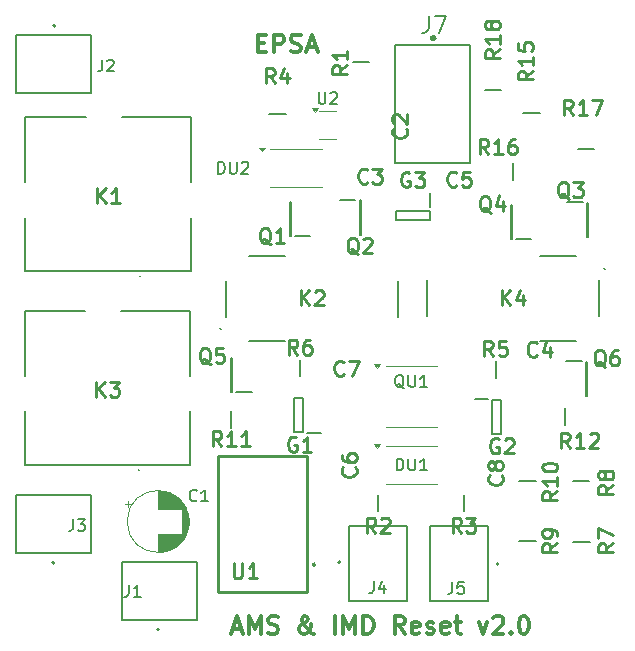
<source format=gbr>
%TF.GenerationSoftware,KiCad,Pcbnew,8.0.2*%
%TF.CreationDate,2024-06-16T16:44:15+02:00*%
%TF.ProjectId,AMS_IMD_Reset,414d535f-494d-4445-9f52-657365742e6b,rev?*%
%TF.SameCoordinates,Original*%
%TF.FileFunction,Legend,Top*%
%TF.FilePolarity,Positive*%
%FSLAX46Y46*%
G04 Gerber Fmt 4.6, Leading zero omitted, Abs format (unit mm)*
G04 Created by KiCad (PCBNEW 8.0.2) date 2024-06-16 16:44:15*
%MOMM*%
%LPD*%
G01*
G04 APERTURE LIST*
%ADD10C,0.300000*%
%ADD11C,0.254000*%
%ADD12C,0.150000*%
%ADD13C,0.200000*%
%ADD14C,0.120000*%
%ADD15C,0.127000*%
%ADD16C,0.100000*%
%ADD17C,0.053000*%
G04 APERTURE END LIST*
D10*
X167993490Y-119082457D02*
X168707776Y-119082457D01*
X167850633Y-119511028D02*
X168350633Y-118011028D01*
X168350633Y-118011028D02*
X168850633Y-119511028D01*
X169350632Y-119511028D02*
X169350632Y-118011028D01*
X169350632Y-118011028D02*
X169850632Y-119082457D01*
X169850632Y-119082457D02*
X170350632Y-118011028D01*
X170350632Y-118011028D02*
X170350632Y-119511028D01*
X170993490Y-119439600D02*
X171207776Y-119511028D01*
X171207776Y-119511028D02*
X171564918Y-119511028D01*
X171564918Y-119511028D02*
X171707776Y-119439600D01*
X171707776Y-119439600D02*
X171779204Y-119368171D01*
X171779204Y-119368171D02*
X171850633Y-119225314D01*
X171850633Y-119225314D02*
X171850633Y-119082457D01*
X171850633Y-119082457D02*
X171779204Y-118939600D01*
X171779204Y-118939600D02*
X171707776Y-118868171D01*
X171707776Y-118868171D02*
X171564918Y-118796742D01*
X171564918Y-118796742D02*
X171279204Y-118725314D01*
X171279204Y-118725314D02*
X171136347Y-118653885D01*
X171136347Y-118653885D02*
X171064918Y-118582457D01*
X171064918Y-118582457D02*
X170993490Y-118439600D01*
X170993490Y-118439600D02*
X170993490Y-118296742D01*
X170993490Y-118296742D02*
X171064918Y-118153885D01*
X171064918Y-118153885D02*
X171136347Y-118082457D01*
X171136347Y-118082457D02*
X171279204Y-118011028D01*
X171279204Y-118011028D02*
X171636347Y-118011028D01*
X171636347Y-118011028D02*
X171850633Y-118082457D01*
X174850632Y-119511028D02*
X174779204Y-119511028D01*
X174779204Y-119511028D02*
X174636346Y-119439600D01*
X174636346Y-119439600D02*
X174422061Y-119225314D01*
X174422061Y-119225314D02*
X174064918Y-118796742D01*
X174064918Y-118796742D02*
X173922061Y-118582457D01*
X173922061Y-118582457D02*
X173850632Y-118368171D01*
X173850632Y-118368171D02*
X173850632Y-118225314D01*
X173850632Y-118225314D02*
X173922061Y-118082457D01*
X173922061Y-118082457D02*
X174064918Y-118011028D01*
X174064918Y-118011028D02*
X174136346Y-118011028D01*
X174136346Y-118011028D02*
X174279204Y-118082457D01*
X174279204Y-118082457D02*
X174350632Y-118225314D01*
X174350632Y-118225314D02*
X174350632Y-118296742D01*
X174350632Y-118296742D02*
X174279204Y-118439600D01*
X174279204Y-118439600D02*
X174207775Y-118511028D01*
X174207775Y-118511028D02*
X173779204Y-118796742D01*
X173779204Y-118796742D02*
X173707775Y-118868171D01*
X173707775Y-118868171D02*
X173636346Y-119011028D01*
X173636346Y-119011028D02*
X173636346Y-119225314D01*
X173636346Y-119225314D02*
X173707775Y-119368171D01*
X173707775Y-119368171D02*
X173779204Y-119439600D01*
X173779204Y-119439600D02*
X173922061Y-119511028D01*
X173922061Y-119511028D02*
X174136346Y-119511028D01*
X174136346Y-119511028D02*
X174279204Y-119439600D01*
X174279204Y-119439600D02*
X174350632Y-119368171D01*
X174350632Y-119368171D02*
X174564918Y-119082457D01*
X174564918Y-119082457D02*
X174636346Y-118868171D01*
X174636346Y-118868171D02*
X174636346Y-118725314D01*
X176636346Y-119511028D02*
X176636346Y-118011028D01*
X177350632Y-119511028D02*
X177350632Y-118011028D01*
X177350632Y-118011028D02*
X177850632Y-119082457D01*
X177850632Y-119082457D02*
X178350632Y-118011028D01*
X178350632Y-118011028D02*
X178350632Y-119511028D01*
X179064918Y-119511028D02*
X179064918Y-118011028D01*
X179064918Y-118011028D02*
X179422061Y-118011028D01*
X179422061Y-118011028D02*
X179636347Y-118082457D01*
X179636347Y-118082457D02*
X179779204Y-118225314D01*
X179779204Y-118225314D02*
X179850633Y-118368171D01*
X179850633Y-118368171D02*
X179922061Y-118653885D01*
X179922061Y-118653885D02*
X179922061Y-118868171D01*
X179922061Y-118868171D02*
X179850633Y-119153885D01*
X179850633Y-119153885D02*
X179779204Y-119296742D01*
X179779204Y-119296742D02*
X179636347Y-119439600D01*
X179636347Y-119439600D02*
X179422061Y-119511028D01*
X179422061Y-119511028D02*
X179064918Y-119511028D01*
X182564918Y-119511028D02*
X182064918Y-118796742D01*
X181707775Y-119511028D02*
X181707775Y-118011028D01*
X181707775Y-118011028D02*
X182279204Y-118011028D01*
X182279204Y-118011028D02*
X182422061Y-118082457D01*
X182422061Y-118082457D02*
X182493490Y-118153885D01*
X182493490Y-118153885D02*
X182564918Y-118296742D01*
X182564918Y-118296742D02*
X182564918Y-118511028D01*
X182564918Y-118511028D02*
X182493490Y-118653885D01*
X182493490Y-118653885D02*
X182422061Y-118725314D01*
X182422061Y-118725314D02*
X182279204Y-118796742D01*
X182279204Y-118796742D02*
X181707775Y-118796742D01*
X183779204Y-119439600D02*
X183636347Y-119511028D01*
X183636347Y-119511028D02*
X183350633Y-119511028D01*
X183350633Y-119511028D02*
X183207775Y-119439600D01*
X183207775Y-119439600D02*
X183136347Y-119296742D01*
X183136347Y-119296742D02*
X183136347Y-118725314D01*
X183136347Y-118725314D02*
X183207775Y-118582457D01*
X183207775Y-118582457D02*
X183350633Y-118511028D01*
X183350633Y-118511028D02*
X183636347Y-118511028D01*
X183636347Y-118511028D02*
X183779204Y-118582457D01*
X183779204Y-118582457D02*
X183850633Y-118725314D01*
X183850633Y-118725314D02*
X183850633Y-118868171D01*
X183850633Y-118868171D02*
X183136347Y-119011028D01*
X184422061Y-119439600D02*
X184564918Y-119511028D01*
X184564918Y-119511028D02*
X184850632Y-119511028D01*
X184850632Y-119511028D02*
X184993489Y-119439600D01*
X184993489Y-119439600D02*
X185064918Y-119296742D01*
X185064918Y-119296742D02*
X185064918Y-119225314D01*
X185064918Y-119225314D02*
X184993489Y-119082457D01*
X184993489Y-119082457D02*
X184850632Y-119011028D01*
X184850632Y-119011028D02*
X184636347Y-119011028D01*
X184636347Y-119011028D02*
X184493489Y-118939600D01*
X184493489Y-118939600D02*
X184422061Y-118796742D01*
X184422061Y-118796742D02*
X184422061Y-118725314D01*
X184422061Y-118725314D02*
X184493489Y-118582457D01*
X184493489Y-118582457D02*
X184636347Y-118511028D01*
X184636347Y-118511028D02*
X184850632Y-118511028D01*
X184850632Y-118511028D02*
X184993489Y-118582457D01*
X186279204Y-119439600D02*
X186136347Y-119511028D01*
X186136347Y-119511028D02*
X185850633Y-119511028D01*
X185850633Y-119511028D02*
X185707775Y-119439600D01*
X185707775Y-119439600D02*
X185636347Y-119296742D01*
X185636347Y-119296742D02*
X185636347Y-118725314D01*
X185636347Y-118725314D02*
X185707775Y-118582457D01*
X185707775Y-118582457D02*
X185850633Y-118511028D01*
X185850633Y-118511028D02*
X186136347Y-118511028D01*
X186136347Y-118511028D02*
X186279204Y-118582457D01*
X186279204Y-118582457D02*
X186350633Y-118725314D01*
X186350633Y-118725314D02*
X186350633Y-118868171D01*
X186350633Y-118868171D02*
X185636347Y-119011028D01*
X186779204Y-118511028D02*
X187350632Y-118511028D01*
X186993489Y-118011028D02*
X186993489Y-119296742D01*
X186993489Y-119296742D02*
X187064918Y-119439600D01*
X187064918Y-119439600D02*
X187207775Y-119511028D01*
X187207775Y-119511028D02*
X187350632Y-119511028D01*
X188850632Y-118511028D02*
X189207775Y-119511028D01*
X189207775Y-119511028D02*
X189564918Y-118511028D01*
X190064918Y-118153885D02*
X190136346Y-118082457D01*
X190136346Y-118082457D02*
X190279204Y-118011028D01*
X190279204Y-118011028D02*
X190636346Y-118011028D01*
X190636346Y-118011028D02*
X190779204Y-118082457D01*
X190779204Y-118082457D02*
X190850632Y-118153885D01*
X190850632Y-118153885D02*
X190922061Y-118296742D01*
X190922061Y-118296742D02*
X190922061Y-118439600D01*
X190922061Y-118439600D02*
X190850632Y-118653885D01*
X190850632Y-118653885D02*
X189993489Y-119511028D01*
X189993489Y-119511028D02*
X190922061Y-119511028D01*
X191564917Y-119368171D02*
X191636346Y-119439600D01*
X191636346Y-119439600D02*
X191564917Y-119511028D01*
X191564917Y-119511028D02*
X191493489Y-119439600D01*
X191493489Y-119439600D02*
X191564917Y-119368171D01*
X191564917Y-119368171D02*
X191564917Y-119511028D01*
X192564918Y-118011028D02*
X192707775Y-118011028D01*
X192707775Y-118011028D02*
X192850632Y-118082457D01*
X192850632Y-118082457D02*
X192922061Y-118153885D01*
X192922061Y-118153885D02*
X192993489Y-118296742D01*
X192993489Y-118296742D02*
X193064918Y-118582457D01*
X193064918Y-118582457D02*
X193064918Y-118939600D01*
X193064918Y-118939600D02*
X192993489Y-119225314D01*
X192993489Y-119225314D02*
X192922061Y-119368171D01*
X192922061Y-119368171D02*
X192850632Y-119439600D01*
X192850632Y-119439600D02*
X192707775Y-119511028D01*
X192707775Y-119511028D02*
X192564918Y-119511028D01*
X192564918Y-119511028D02*
X192422061Y-119439600D01*
X192422061Y-119439600D02*
X192350632Y-119368171D01*
X192350632Y-119368171D02*
X192279203Y-119225314D01*
X192279203Y-119225314D02*
X192207775Y-118939600D01*
X192207775Y-118939600D02*
X192207775Y-118582457D01*
X192207775Y-118582457D02*
X192279203Y-118296742D01*
X192279203Y-118296742D02*
X192350632Y-118153885D01*
X192350632Y-118153885D02*
X192422061Y-118082457D01*
X192422061Y-118082457D02*
X192564918Y-118011028D01*
X170124910Y-69500114D02*
X170624910Y-69500114D01*
X170839196Y-70285828D02*
X170124910Y-70285828D01*
X170124910Y-70285828D02*
X170124910Y-68785828D01*
X170124910Y-68785828D02*
X170839196Y-68785828D01*
X171482053Y-70285828D02*
X171482053Y-68785828D01*
X171482053Y-68785828D02*
X172053482Y-68785828D01*
X172053482Y-68785828D02*
X172196339Y-68857257D01*
X172196339Y-68857257D02*
X172267768Y-68928685D01*
X172267768Y-68928685D02*
X172339196Y-69071542D01*
X172339196Y-69071542D02*
X172339196Y-69285828D01*
X172339196Y-69285828D02*
X172267768Y-69428685D01*
X172267768Y-69428685D02*
X172196339Y-69500114D01*
X172196339Y-69500114D02*
X172053482Y-69571542D01*
X172053482Y-69571542D02*
X171482053Y-69571542D01*
X172910625Y-70214400D02*
X173124911Y-70285828D01*
X173124911Y-70285828D02*
X173482053Y-70285828D01*
X173482053Y-70285828D02*
X173624911Y-70214400D01*
X173624911Y-70214400D02*
X173696339Y-70142971D01*
X173696339Y-70142971D02*
X173767768Y-70000114D01*
X173767768Y-70000114D02*
X173767768Y-69857257D01*
X173767768Y-69857257D02*
X173696339Y-69714400D01*
X173696339Y-69714400D02*
X173624911Y-69642971D01*
X173624911Y-69642971D02*
X173482053Y-69571542D01*
X173482053Y-69571542D02*
X173196339Y-69500114D01*
X173196339Y-69500114D02*
X173053482Y-69428685D01*
X173053482Y-69428685D02*
X172982053Y-69357257D01*
X172982053Y-69357257D02*
X172910625Y-69214400D01*
X172910625Y-69214400D02*
X172910625Y-69071542D01*
X172910625Y-69071542D02*
X172982053Y-68928685D01*
X172982053Y-68928685D02*
X173053482Y-68857257D01*
X173053482Y-68857257D02*
X173196339Y-68785828D01*
X173196339Y-68785828D02*
X173553482Y-68785828D01*
X173553482Y-68785828D02*
X173767768Y-68857257D01*
X174339196Y-69857257D02*
X175053482Y-69857257D01*
X174196339Y-70285828D02*
X174696339Y-68785828D01*
X174696339Y-68785828D02*
X175196339Y-70285828D01*
D11*
X190617118Y-70031428D02*
X190012356Y-70454762D01*
X190617118Y-70757143D02*
X189347118Y-70757143D01*
X189347118Y-70757143D02*
X189347118Y-70273333D01*
X189347118Y-70273333D02*
X189407594Y-70152381D01*
X189407594Y-70152381D02*
X189468070Y-70091904D01*
X189468070Y-70091904D02*
X189589022Y-70031428D01*
X189589022Y-70031428D02*
X189770451Y-70031428D01*
X189770451Y-70031428D02*
X189891403Y-70091904D01*
X189891403Y-70091904D02*
X189951880Y-70152381D01*
X189951880Y-70152381D02*
X190012356Y-70273333D01*
X190012356Y-70273333D02*
X190012356Y-70757143D01*
X190617118Y-68821904D02*
X190617118Y-69547619D01*
X190617118Y-69184762D02*
X189347118Y-69184762D01*
X189347118Y-69184762D02*
X189528546Y-69305714D01*
X189528546Y-69305714D02*
X189649499Y-69426666D01*
X189649499Y-69426666D02*
X189709975Y-69547619D01*
X189891403Y-68096190D02*
X189830927Y-68217142D01*
X189830927Y-68217142D02*
X189770451Y-68277619D01*
X189770451Y-68277619D02*
X189649499Y-68338095D01*
X189649499Y-68338095D02*
X189589022Y-68338095D01*
X189589022Y-68338095D02*
X189468070Y-68277619D01*
X189468070Y-68277619D02*
X189407594Y-68217142D01*
X189407594Y-68217142D02*
X189347118Y-68096190D01*
X189347118Y-68096190D02*
X189347118Y-67854285D01*
X189347118Y-67854285D02*
X189407594Y-67733333D01*
X189407594Y-67733333D02*
X189468070Y-67672857D01*
X189468070Y-67672857D02*
X189589022Y-67612380D01*
X189589022Y-67612380D02*
X189649499Y-67612380D01*
X189649499Y-67612380D02*
X189770451Y-67672857D01*
X189770451Y-67672857D02*
X189830927Y-67733333D01*
X189830927Y-67733333D02*
X189891403Y-67854285D01*
X189891403Y-67854285D02*
X189891403Y-68096190D01*
X189891403Y-68096190D02*
X189951880Y-68217142D01*
X189951880Y-68217142D02*
X190012356Y-68277619D01*
X190012356Y-68277619D02*
X190133308Y-68338095D01*
X190133308Y-68338095D02*
X190375213Y-68338095D01*
X190375213Y-68338095D02*
X190496165Y-68277619D01*
X190496165Y-68277619D02*
X190556642Y-68217142D01*
X190556642Y-68217142D02*
X190617118Y-68096190D01*
X190617118Y-68096190D02*
X190617118Y-67854285D01*
X190617118Y-67854285D02*
X190556642Y-67733333D01*
X190556642Y-67733333D02*
X190496165Y-67672857D01*
X190496165Y-67672857D02*
X190375213Y-67612380D01*
X190375213Y-67612380D02*
X190133308Y-67612380D01*
X190133308Y-67612380D02*
X190012356Y-67672857D01*
X190012356Y-67672857D02*
X189951880Y-67733333D01*
X189951880Y-67733333D02*
X189891403Y-67854285D01*
X195493918Y-111858165D02*
X194889156Y-112281499D01*
X195493918Y-112583880D02*
X194223918Y-112583880D01*
X194223918Y-112583880D02*
X194223918Y-112100070D01*
X194223918Y-112100070D02*
X194284394Y-111979118D01*
X194284394Y-111979118D02*
X194344870Y-111918641D01*
X194344870Y-111918641D02*
X194465822Y-111858165D01*
X194465822Y-111858165D02*
X194647251Y-111858165D01*
X194647251Y-111858165D02*
X194768203Y-111918641D01*
X194768203Y-111918641D02*
X194828680Y-111979118D01*
X194828680Y-111979118D02*
X194889156Y-112100070D01*
X194889156Y-112100070D02*
X194889156Y-112583880D01*
X195493918Y-111253403D02*
X195493918Y-111011499D01*
X195493918Y-111011499D02*
X195433442Y-110890546D01*
X195433442Y-110890546D02*
X195372965Y-110830070D01*
X195372965Y-110830070D02*
X195191537Y-110709118D01*
X195191537Y-110709118D02*
X194949632Y-110648641D01*
X194949632Y-110648641D02*
X194465822Y-110648641D01*
X194465822Y-110648641D02*
X194344870Y-110709118D01*
X194344870Y-110709118D02*
X194284394Y-110769594D01*
X194284394Y-110769594D02*
X194223918Y-110890546D01*
X194223918Y-110890546D02*
X194223918Y-111132451D01*
X194223918Y-111132451D02*
X194284394Y-111253403D01*
X194284394Y-111253403D02*
X194344870Y-111313880D01*
X194344870Y-111313880D02*
X194465822Y-111374356D01*
X194465822Y-111374356D02*
X194768203Y-111374356D01*
X194768203Y-111374356D02*
X194889156Y-111313880D01*
X194889156Y-111313880D02*
X194949632Y-111253403D01*
X194949632Y-111253403D02*
X195010108Y-111132451D01*
X195010108Y-111132451D02*
X195010108Y-110890546D01*
X195010108Y-110890546D02*
X194949632Y-110769594D01*
X194949632Y-110769594D02*
X194889156Y-110709118D01*
X194889156Y-110709118D02*
X194768203Y-110648641D01*
D12*
X175260095Y-73658819D02*
X175260095Y-74468342D01*
X175260095Y-74468342D02*
X175307714Y-74563580D01*
X175307714Y-74563580D02*
X175355333Y-74611200D01*
X175355333Y-74611200D02*
X175450571Y-74658819D01*
X175450571Y-74658819D02*
X175641047Y-74658819D01*
X175641047Y-74658819D02*
X175736285Y-74611200D01*
X175736285Y-74611200D02*
X175783904Y-74563580D01*
X175783904Y-74563580D02*
X175831523Y-74468342D01*
X175831523Y-74468342D02*
X175831523Y-73658819D01*
X176260095Y-73754057D02*
X176307714Y-73706438D01*
X176307714Y-73706438D02*
X176402952Y-73658819D01*
X176402952Y-73658819D02*
X176641047Y-73658819D01*
X176641047Y-73658819D02*
X176736285Y-73706438D01*
X176736285Y-73706438D02*
X176783904Y-73754057D01*
X176783904Y-73754057D02*
X176831523Y-73849295D01*
X176831523Y-73849295D02*
X176831523Y-73944533D01*
X176831523Y-73944533D02*
X176783904Y-74087390D01*
X176783904Y-74087390D02*
X176212476Y-74658819D01*
X176212476Y-74658819D02*
X176831523Y-74658819D01*
X182489552Y-98721057D02*
X182394314Y-98673438D01*
X182394314Y-98673438D02*
X182299076Y-98578200D01*
X182299076Y-98578200D02*
X182156219Y-98435342D01*
X182156219Y-98435342D02*
X182060981Y-98387723D01*
X182060981Y-98387723D02*
X181965743Y-98387723D01*
X182013362Y-98625819D02*
X181918124Y-98578200D01*
X181918124Y-98578200D02*
X181822886Y-98482961D01*
X181822886Y-98482961D02*
X181775267Y-98292485D01*
X181775267Y-98292485D02*
X181775267Y-97959152D01*
X181775267Y-97959152D02*
X181822886Y-97768676D01*
X181822886Y-97768676D02*
X181918124Y-97673438D01*
X181918124Y-97673438D02*
X182013362Y-97625819D01*
X182013362Y-97625819D02*
X182203838Y-97625819D01*
X182203838Y-97625819D02*
X182299076Y-97673438D01*
X182299076Y-97673438D02*
X182394314Y-97768676D01*
X182394314Y-97768676D02*
X182441933Y-97959152D01*
X182441933Y-97959152D02*
X182441933Y-98292485D01*
X182441933Y-98292485D02*
X182394314Y-98482961D01*
X182394314Y-98482961D02*
X182299076Y-98578200D01*
X182299076Y-98578200D02*
X182203838Y-98625819D01*
X182203838Y-98625819D02*
X182013362Y-98625819D01*
X182870505Y-97625819D02*
X182870505Y-98435342D01*
X182870505Y-98435342D02*
X182918124Y-98530580D01*
X182918124Y-98530580D02*
X182965743Y-98578200D01*
X182965743Y-98578200D02*
X183060981Y-98625819D01*
X183060981Y-98625819D02*
X183251457Y-98625819D01*
X183251457Y-98625819D02*
X183346695Y-98578200D01*
X183346695Y-98578200D02*
X183394314Y-98530580D01*
X183394314Y-98530580D02*
X183441933Y-98435342D01*
X183441933Y-98435342D02*
X183441933Y-97625819D01*
X184441933Y-98625819D02*
X183870505Y-98625819D01*
X184156219Y-98625819D02*
X184156219Y-97625819D01*
X184156219Y-97625819D02*
X184060981Y-97768676D01*
X184060981Y-97768676D02*
X183965743Y-97863914D01*
X183965743Y-97863914D02*
X183870505Y-97911533D01*
X179930466Y-115075619D02*
X179930466Y-115789904D01*
X179930466Y-115789904D02*
X179882847Y-115932761D01*
X179882847Y-115932761D02*
X179787609Y-116028000D01*
X179787609Y-116028000D02*
X179644752Y-116075619D01*
X179644752Y-116075619D02*
X179549514Y-116075619D01*
X180835228Y-115408952D02*
X180835228Y-116075619D01*
X180597133Y-115028000D02*
X180359038Y-115742285D01*
X180359038Y-115742285D02*
X180978085Y-115742285D01*
D11*
X173764618Y-91709518D02*
X173764618Y-90439518D01*
X174490333Y-91709518D02*
X173946047Y-90983803D01*
X174490333Y-90439518D02*
X173764618Y-91165232D01*
X174974142Y-90560470D02*
X175034618Y-90499994D01*
X175034618Y-90499994D02*
X175155571Y-90439518D01*
X175155571Y-90439518D02*
X175457952Y-90439518D01*
X175457952Y-90439518D02*
X175578904Y-90499994D01*
X175578904Y-90499994D02*
X175639380Y-90560470D01*
X175639380Y-90560470D02*
X175699857Y-90681422D01*
X175699857Y-90681422D02*
X175699857Y-90802375D01*
X175699857Y-90802375D02*
X175639380Y-90983803D01*
X175639380Y-90983803D02*
X174913666Y-91709518D01*
X174913666Y-91709518D02*
X175699857Y-91709518D01*
X200218318Y-111869466D02*
X199613556Y-112292800D01*
X200218318Y-112595181D02*
X198948318Y-112595181D01*
X198948318Y-112595181D02*
X198948318Y-112111371D01*
X198948318Y-112111371D02*
X199008794Y-111990419D01*
X199008794Y-111990419D02*
X199069270Y-111929942D01*
X199069270Y-111929942D02*
X199190222Y-111869466D01*
X199190222Y-111869466D02*
X199371651Y-111869466D01*
X199371651Y-111869466D02*
X199492603Y-111929942D01*
X199492603Y-111929942D02*
X199553080Y-111990419D01*
X199553080Y-111990419D02*
X199613556Y-112111371D01*
X199613556Y-112111371D02*
X199613556Y-112595181D01*
X198948318Y-111446133D02*
X198948318Y-110599466D01*
X198948318Y-110599466D02*
X200218318Y-111143752D01*
D12*
X186585266Y-115126419D02*
X186585266Y-115840704D01*
X186585266Y-115840704D02*
X186537647Y-115983561D01*
X186537647Y-115983561D02*
X186442409Y-116078800D01*
X186442409Y-116078800D02*
X186299552Y-116126419D01*
X186299552Y-116126419D02*
X186204314Y-116126419D01*
X187537647Y-115126419D02*
X187061457Y-115126419D01*
X187061457Y-115126419D02*
X187013838Y-115602609D01*
X187013838Y-115602609D02*
X187061457Y-115554990D01*
X187061457Y-115554990D02*
X187156695Y-115507371D01*
X187156695Y-115507371D02*
X187394790Y-115507371D01*
X187394790Y-115507371D02*
X187490028Y-115554990D01*
X187490028Y-115554990D02*
X187537647Y-115602609D01*
X187537647Y-115602609D02*
X187585266Y-115697847D01*
X187585266Y-115697847D02*
X187585266Y-115935942D01*
X187585266Y-115935942D02*
X187537647Y-116031180D01*
X187537647Y-116031180D02*
X187490028Y-116078800D01*
X187490028Y-116078800D02*
X187394790Y-116126419D01*
X187394790Y-116126419D02*
X187156695Y-116126419D01*
X187156695Y-116126419D02*
X187061457Y-116078800D01*
X187061457Y-116078800D02*
X187013838Y-116031180D01*
D11*
X196475047Y-82686470D02*
X196354095Y-82625994D01*
X196354095Y-82625994D02*
X196233142Y-82505042D01*
X196233142Y-82505042D02*
X196051714Y-82323613D01*
X196051714Y-82323613D02*
X195930761Y-82263137D01*
X195930761Y-82263137D02*
X195809809Y-82263137D01*
X195870285Y-82565518D02*
X195749333Y-82505042D01*
X195749333Y-82505042D02*
X195628380Y-82384089D01*
X195628380Y-82384089D02*
X195567904Y-82142184D01*
X195567904Y-82142184D02*
X195567904Y-81718851D01*
X195567904Y-81718851D02*
X195628380Y-81476946D01*
X195628380Y-81476946D02*
X195749333Y-81355994D01*
X195749333Y-81355994D02*
X195870285Y-81295518D01*
X195870285Y-81295518D02*
X196112190Y-81295518D01*
X196112190Y-81295518D02*
X196233142Y-81355994D01*
X196233142Y-81355994D02*
X196354095Y-81476946D01*
X196354095Y-81476946D02*
X196414571Y-81718851D01*
X196414571Y-81718851D02*
X196414571Y-82142184D01*
X196414571Y-82142184D02*
X196354095Y-82384089D01*
X196354095Y-82384089D02*
X196233142Y-82505042D01*
X196233142Y-82505042D02*
X196112190Y-82565518D01*
X196112190Y-82565518D02*
X195870285Y-82565518D01*
X196837904Y-81295518D02*
X197624095Y-81295518D01*
X197624095Y-81295518D02*
X197200761Y-81779327D01*
X197200761Y-81779327D02*
X197382190Y-81779327D01*
X197382190Y-81779327D02*
X197503142Y-81839803D01*
X197503142Y-81839803D02*
X197563618Y-81900280D01*
X197563618Y-81900280D02*
X197624095Y-82021232D01*
X197624095Y-82021232D02*
X197624095Y-82323613D01*
X197624095Y-82323613D02*
X197563618Y-82444565D01*
X197563618Y-82444565D02*
X197503142Y-82505042D01*
X197503142Y-82505042D02*
X197382190Y-82565518D01*
X197382190Y-82565518D02*
X197019333Y-82565518D01*
X197019333Y-82565518D02*
X196898380Y-82505042D01*
X196898380Y-82505042D02*
X196837904Y-82444565D01*
X156442018Y-99452718D02*
X156442018Y-98182718D01*
X157167733Y-99452718D02*
X156623447Y-98727003D01*
X157167733Y-98182718D02*
X156442018Y-98908432D01*
X157591066Y-98182718D02*
X158377257Y-98182718D01*
X158377257Y-98182718D02*
X157953923Y-98666527D01*
X157953923Y-98666527D02*
X158135352Y-98666527D01*
X158135352Y-98666527D02*
X158256304Y-98727003D01*
X158256304Y-98727003D02*
X158316780Y-98787480D01*
X158316780Y-98787480D02*
X158377257Y-98908432D01*
X158377257Y-98908432D02*
X158377257Y-99210813D01*
X158377257Y-99210813D02*
X158316780Y-99331765D01*
X158316780Y-99331765D02*
X158256304Y-99392242D01*
X158256304Y-99392242D02*
X158135352Y-99452718D01*
X158135352Y-99452718D02*
X157772495Y-99452718D01*
X157772495Y-99452718D02*
X157651542Y-99392242D01*
X157651542Y-99392242D02*
X157591066Y-99331765D01*
X178644247Y-87385470D02*
X178523295Y-87324994D01*
X178523295Y-87324994D02*
X178402342Y-87204042D01*
X178402342Y-87204042D02*
X178220914Y-87022613D01*
X178220914Y-87022613D02*
X178099961Y-86962137D01*
X178099961Y-86962137D02*
X177979009Y-86962137D01*
X178039485Y-87264518D02*
X177918533Y-87204042D01*
X177918533Y-87204042D02*
X177797580Y-87083089D01*
X177797580Y-87083089D02*
X177737104Y-86841184D01*
X177737104Y-86841184D02*
X177737104Y-86417851D01*
X177737104Y-86417851D02*
X177797580Y-86175946D01*
X177797580Y-86175946D02*
X177918533Y-86054994D01*
X177918533Y-86054994D02*
X178039485Y-85994518D01*
X178039485Y-85994518D02*
X178281390Y-85994518D01*
X178281390Y-85994518D02*
X178402342Y-86054994D01*
X178402342Y-86054994D02*
X178523295Y-86175946D01*
X178523295Y-86175946D02*
X178583771Y-86417851D01*
X178583771Y-86417851D02*
X178583771Y-86841184D01*
X178583771Y-86841184D02*
X178523295Y-87083089D01*
X178523295Y-87083089D02*
X178402342Y-87204042D01*
X178402342Y-87204042D02*
X178281390Y-87264518D01*
X178281390Y-87264518D02*
X178039485Y-87264518D01*
X179067580Y-86115470D02*
X179128056Y-86054994D01*
X179128056Y-86054994D02*
X179249009Y-85994518D01*
X179249009Y-85994518D02*
X179551390Y-85994518D01*
X179551390Y-85994518D02*
X179672342Y-86054994D01*
X179672342Y-86054994D02*
X179732818Y-86115470D01*
X179732818Y-86115470D02*
X179793295Y-86236422D01*
X179793295Y-86236422D02*
X179793295Y-86357375D01*
X179793295Y-86357375D02*
X179732818Y-86538803D01*
X179732818Y-86538803D02*
X179007104Y-87264518D01*
X179007104Y-87264518D02*
X179793295Y-87264518D01*
X180077533Y-110962718D02*
X179654199Y-110357956D01*
X179351818Y-110962718D02*
X179351818Y-109692718D01*
X179351818Y-109692718D02*
X179835628Y-109692718D01*
X179835628Y-109692718D02*
X179956580Y-109753194D01*
X179956580Y-109753194D02*
X180017057Y-109813670D01*
X180017057Y-109813670D02*
X180077533Y-109934622D01*
X180077533Y-109934622D02*
X180077533Y-110116051D01*
X180077533Y-110116051D02*
X180017057Y-110237003D01*
X180017057Y-110237003D02*
X179956580Y-110297480D01*
X179956580Y-110297480D02*
X179835628Y-110357956D01*
X179835628Y-110357956D02*
X179351818Y-110357956D01*
X180561342Y-109813670D02*
X180621818Y-109753194D01*
X180621818Y-109753194D02*
X180742771Y-109692718D01*
X180742771Y-109692718D02*
X181045152Y-109692718D01*
X181045152Y-109692718D02*
X181166104Y-109753194D01*
X181166104Y-109753194D02*
X181226580Y-109813670D01*
X181226580Y-109813670D02*
X181287057Y-109934622D01*
X181287057Y-109934622D02*
X181287057Y-110055575D01*
X181287057Y-110055575D02*
X181226580Y-110237003D01*
X181226580Y-110237003D02*
X180500866Y-110962718D01*
X180500866Y-110962718D02*
X181287057Y-110962718D01*
X193742733Y-95931965D02*
X193682257Y-95992442D01*
X193682257Y-95992442D02*
X193500828Y-96052918D01*
X193500828Y-96052918D02*
X193379876Y-96052918D01*
X193379876Y-96052918D02*
X193198447Y-95992442D01*
X193198447Y-95992442D02*
X193077495Y-95871489D01*
X193077495Y-95871489D02*
X193017018Y-95750537D01*
X193017018Y-95750537D02*
X192956542Y-95508632D01*
X192956542Y-95508632D02*
X192956542Y-95327203D01*
X192956542Y-95327203D02*
X193017018Y-95085299D01*
X193017018Y-95085299D02*
X193077495Y-94964346D01*
X193077495Y-94964346D02*
X193198447Y-94843394D01*
X193198447Y-94843394D02*
X193379876Y-94782918D01*
X193379876Y-94782918D02*
X193500828Y-94782918D01*
X193500828Y-94782918D02*
X193682257Y-94843394D01*
X193682257Y-94843394D02*
X193742733Y-94903870D01*
X194831304Y-95206251D02*
X194831304Y-96052918D01*
X194528923Y-94722442D02*
X194226542Y-95629584D01*
X194226542Y-95629584D02*
X195012733Y-95629584D01*
X173461632Y-95874947D02*
X173038298Y-95270185D01*
X172735917Y-95874947D02*
X172735917Y-94604947D01*
X172735917Y-94604947D02*
X173219727Y-94604947D01*
X173219727Y-94604947D02*
X173340679Y-94665423D01*
X173340679Y-94665423D02*
X173401156Y-94725899D01*
X173401156Y-94725899D02*
X173461632Y-94846851D01*
X173461632Y-94846851D02*
X173461632Y-95028280D01*
X173461632Y-95028280D02*
X173401156Y-95149232D01*
X173401156Y-95149232D02*
X173340679Y-95209709D01*
X173340679Y-95209709D02*
X173219727Y-95270185D01*
X173219727Y-95270185D02*
X172735917Y-95270185D01*
X174550203Y-94604947D02*
X174308298Y-94604947D01*
X174308298Y-94604947D02*
X174187346Y-94665423D01*
X174187346Y-94665423D02*
X174126870Y-94725899D01*
X174126870Y-94725899D02*
X174005917Y-94907328D01*
X174005917Y-94907328D02*
X173945441Y-95149232D01*
X173945441Y-95149232D02*
X173945441Y-95633042D01*
X173945441Y-95633042D02*
X174005917Y-95753994D01*
X174005917Y-95753994D02*
X174066394Y-95814471D01*
X174066394Y-95814471D02*
X174187346Y-95874947D01*
X174187346Y-95874947D02*
X174429251Y-95874947D01*
X174429251Y-95874947D02*
X174550203Y-95814471D01*
X174550203Y-95814471D02*
X174610679Y-95753994D01*
X174610679Y-95753994D02*
X174671156Y-95633042D01*
X174671156Y-95633042D02*
X174671156Y-95330661D01*
X174671156Y-95330661D02*
X174610679Y-95209709D01*
X174610679Y-95209709D02*
X174550203Y-95149232D01*
X174550203Y-95149232D02*
X174429251Y-95088756D01*
X174429251Y-95088756D02*
X174187346Y-95088756D01*
X174187346Y-95088756D02*
X174066394Y-95149232D01*
X174066394Y-95149232D02*
X174005917Y-95209709D01*
X174005917Y-95209709D02*
X173945441Y-95330661D01*
X171543133Y-72913518D02*
X171119799Y-72308756D01*
X170817418Y-72913518D02*
X170817418Y-71643518D01*
X170817418Y-71643518D02*
X171301228Y-71643518D01*
X171301228Y-71643518D02*
X171422180Y-71703994D01*
X171422180Y-71703994D02*
X171482657Y-71764470D01*
X171482657Y-71764470D02*
X171543133Y-71885422D01*
X171543133Y-71885422D02*
X171543133Y-72066851D01*
X171543133Y-72066851D02*
X171482657Y-72187803D01*
X171482657Y-72187803D02*
X171422180Y-72248280D01*
X171422180Y-72248280D02*
X171301228Y-72308756D01*
X171301228Y-72308756D02*
X170817418Y-72308756D01*
X172631704Y-72066851D02*
X172631704Y-72913518D01*
X172329323Y-71583042D02*
X172026942Y-72490184D01*
X172026942Y-72490184D02*
X172813133Y-72490184D01*
X193411118Y-71860228D02*
X192806356Y-72283562D01*
X193411118Y-72585943D02*
X192141118Y-72585943D01*
X192141118Y-72585943D02*
X192141118Y-72102133D01*
X192141118Y-72102133D02*
X192201594Y-71981181D01*
X192201594Y-71981181D02*
X192262070Y-71920704D01*
X192262070Y-71920704D02*
X192383022Y-71860228D01*
X192383022Y-71860228D02*
X192564451Y-71860228D01*
X192564451Y-71860228D02*
X192685403Y-71920704D01*
X192685403Y-71920704D02*
X192745880Y-71981181D01*
X192745880Y-71981181D02*
X192806356Y-72102133D01*
X192806356Y-72102133D02*
X192806356Y-72585943D01*
X193411118Y-70650704D02*
X193411118Y-71376419D01*
X193411118Y-71013562D02*
X192141118Y-71013562D01*
X192141118Y-71013562D02*
X192322546Y-71134514D01*
X192322546Y-71134514D02*
X192443499Y-71255466D01*
X192443499Y-71255466D02*
X192503975Y-71376419D01*
X192141118Y-69501657D02*
X192141118Y-70106419D01*
X192141118Y-70106419D02*
X192745880Y-70166895D01*
X192745880Y-70166895D02*
X192685403Y-70106419D01*
X192685403Y-70106419D02*
X192624927Y-69985466D01*
X192624927Y-69985466D02*
X192624927Y-69683085D01*
X192624927Y-69683085D02*
X192685403Y-69562133D01*
X192685403Y-69562133D02*
X192745880Y-69501657D01*
X192745880Y-69501657D02*
X192866832Y-69441180D01*
X192866832Y-69441180D02*
X193169213Y-69441180D01*
X193169213Y-69441180D02*
X193290165Y-69501657D01*
X193290165Y-69501657D02*
X193350642Y-69562133D01*
X193350642Y-69562133D02*
X193411118Y-69683085D01*
X193411118Y-69683085D02*
X193411118Y-69985466D01*
X193411118Y-69985466D02*
X193350642Y-70106419D01*
X193350642Y-70106419D02*
X193290165Y-70166895D01*
D12*
X184597397Y-67209725D02*
X184597397Y-68210445D01*
X184597397Y-68210445D02*
X184530682Y-68410589D01*
X184530682Y-68410589D02*
X184397253Y-68544019D01*
X184397253Y-68544019D02*
X184197109Y-68610733D01*
X184197109Y-68610733D02*
X184063680Y-68610733D01*
X185131115Y-67209725D02*
X186065120Y-67209725D01*
X186065120Y-67209725D02*
X185464688Y-68610733D01*
D11*
X190775565Y-106104266D02*
X190836042Y-106164742D01*
X190836042Y-106164742D02*
X190896518Y-106346171D01*
X190896518Y-106346171D02*
X190896518Y-106467123D01*
X190896518Y-106467123D02*
X190836042Y-106648552D01*
X190836042Y-106648552D02*
X190715089Y-106769504D01*
X190715089Y-106769504D02*
X190594137Y-106829981D01*
X190594137Y-106829981D02*
X190352232Y-106890457D01*
X190352232Y-106890457D02*
X190170803Y-106890457D01*
X190170803Y-106890457D02*
X189928899Y-106829981D01*
X189928899Y-106829981D02*
X189807946Y-106769504D01*
X189807946Y-106769504D02*
X189686994Y-106648552D01*
X189686994Y-106648552D02*
X189626518Y-106467123D01*
X189626518Y-106467123D02*
X189626518Y-106346171D01*
X189626518Y-106346171D02*
X189686994Y-106164742D01*
X189686994Y-106164742D02*
X189747470Y-106104266D01*
X190170803Y-105378552D02*
X190110327Y-105499504D01*
X190110327Y-105499504D02*
X190049851Y-105559981D01*
X190049851Y-105559981D02*
X189928899Y-105620457D01*
X189928899Y-105620457D02*
X189868422Y-105620457D01*
X189868422Y-105620457D02*
X189747470Y-105559981D01*
X189747470Y-105559981D02*
X189686994Y-105499504D01*
X189686994Y-105499504D02*
X189626518Y-105378552D01*
X189626518Y-105378552D02*
X189626518Y-105136647D01*
X189626518Y-105136647D02*
X189686994Y-105015695D01*
X189686994Y-105015695D02*
X189747470Y-104955219D01*
X189747470Y-104955219D02*
X189868422Y-104894742D01*
X189868422Y-104894742D02*
X189928899Y-104894742D01*
X189928899Y-104894742D02*
X190049851Y-104955219D01*
X190049851Y-104955219D02*
X190110327Y-105015695D01*
X190110327Y-105015695D02*
X190170803Y-105136647D01*
X190170803Y-105136647D02*
X190170803Y-105378552D01*
X190170803Y-105378552D02*
X190231280Y-105499504D01*
X190231280Y-105499504D02*
X190291756Y-105559981D01*
X190291756Y-105559981D02*
X190412708Y-105620457D01*
X190412708Y-105620457D02*
X190654613Y-105620457D01*
X190654613Y-105620457D02*
X190775565Y-105559981D01*
X190775565Y-105559981D02*
X190836042Y-105499504D01*
X190836042Y-105499504D02*
X190896518Y-105378552D01*
X190896518Y-105378552D02*
X190896518Y-105136647D01*
X190896518Y-105136647D02*
X190836042Y-105015695D01*
X190836042Y-105015695D02*
X190775565Y-104955219D01*
X190775565Y-104955219D02*
X190654613Y-104894742D01*
X190654613Y-104894742D02*
X190412708Y-104894742D01*
X190412708Y-104894742D02*
X190291756Y-104955219D01*
X190291756Y-104955219D02*
X190231280Y-105015695D01*
X190231280Y-105015695D02*
X190170803Y-105136647D01*
X156502218Y-83066118D02*
X156502218Y-81796118D01*
X157227933Y-83066118D02*
X156683647Y-82340403D01*
X157227933Y-81796118D02*
X156502218Y-82521832D01*
X158437457Y-83066118D02*
X157711742Y-83066118D01*
X158074599Y-83066118D02*
X158074599Y-81796118D01*
X158074599Y-81796118D02*
X157953647Y-81977546D01*
X157953647Y-81977546D02*
X157832695Y-82098499D01*
X157832695Y-82098499D02*
X157711742Y-82158975D01*
X178356633Y-105430089D02*
X178417110Y-105490565D01*
X178417110Y-105490565D02*
X178477586Y-105671994D01*
X178477586Y-105671994D02*
X178477586Y-105792946D01*
X178477586Y-105792946D02*
X178417110Y-105974375D01*
X178417110Y-105974375D02*
X178296157Y-106095327D01*
X178296157Y-106095327D02*
X178175205Y-106155804D01*
X178175205Y-106155804D02*
X177933300Y-106216280D01*
X177933300Y-106216280D02*
X177751871Y-106216280D01*
X177751871Y-106216280D02*
X177509967Y-106155804D01*
X177509967Y-106155804D02*
X177389014Y-106095327D01*
X177389014Y-106095327D02*
X177268062Y-105974375D01*
X177268062Y-105974375D02*
X177207586Y-105792946D01*
X177207586Y-105792946D02*
X177207586Y-105671994D01*
X177207586Y-105671994D02*
X177268062Y-105490565D01*
X177268062Y-105490565D02*
X177328538Y-105430089D01*
X177207586Y-104341518D02*
X177207586Y-104583423D01*
X177207586Y-104583423D02*
X177268062Y-104704375D01*
X177268062Y-104704375D02*
X177328538Y-104764851D01*
X177328538Y-104764851D02*
X177509967Y-104885804D01*
X177509967Y-104885804D02*
X177751871Y-104946280D01*
X177751871Y-104946280D02*
X178235681Y-104946280D01*
X178235681Y-104946280D02*
X178356633Y-104885804D01*
X178356633Y-104885804D02*
X178417110Y-104825327D01*
X178417110Y-104825327D02*
X178477586Y-104704375D01*
X178477586Y-104704375D02*
X178477586Y-104462470D01*
X178477586Y-104462470D02*
X178417110Y-104341518D01*
X178417110Y-104341518D02*
X178356633Y-104281042D01*
X178356633Y-104281042D02*
X178235681Y-104220565D01*
X178235681Y-104220565D02*
X177933300Y-104220565D01*
X177933300Y-104220565D02*
X177812348Y-104281042D01*
X177812348Y-104281042D02*
X177751871Y-104341518D01*
X177751871Y-104341518D02*
X177691395Y-104462470D01*
X177691395Y-104462470D02*
X177691395Y-104704375D01*
X177691395Y-104704375D02*
X177751871Y-104825327D01*
X177751871Y-104825327D02*
X177812348Y-104885804D01*
X177812348Y-104885804D02*
X177933300Y-104946280D01*
X182963457Y-80492394D02*
X182842504Y-80431918D01*
X182842504Y-80431918D02*
X182661076Y-80431918D01*
X182661076Y-80431918D02*
X182479647Y-80492394D01*
X182479647Y-80492394D02*
X182358695Y-80613346D01*
X182358695Y-80613346D02*
X182298218Y-80734299D01*
X182298218Y-80734299D02*
X182237742Y-80976203D01*
X182237742Y-80976203D02*
X182237742Y-81157632D01*
X182237742Y-81157632D02*
X182298218Y-81399537D01*
X182298218Y-81399537D02*
X182358695Y-81520489D01*
X182358695Y-81520489D02*
X182479647Y-81641442D01*
X182479647Y-81641442D02*
X182661076Y-81701918D01*
X182661076Y-81701918D02*
X182782028Y-81701918D01*
X182782028Y-81701918D02*
X182963457Y-81641442D01*
X182963457Y-81641442D02*
X183023933Y-81580965D01*
X183023933Y-81580965D02*
X183023933Y-81157632D01*
X183023933Y-81157632D02*
X182782028Y-81157632D01*
X183447266Y-80431918D02*
X184233457Y-80431918D01*
X184233457Y-80431918D02*
X183810123Y-80915727D01*
X183810123Y-80915727D02*
X183991552Y-80915727D01*
X183991552Y-80915727D02*
X184112504Y-80976203D01*
X184112504Y-80976203D02*
X184172980Y-81036680D01*
X184172980Y-81036680D02*
X184233457Y-81157632D01*
X184233457Y-81157632D02*
X184233457Y-81460013D01*
X184233457Y-81460013D02*
X184172980Y-81580965D01*
X184172980Y-81580965D02*
X184112504Y-81641442D01*
X184112504Y-81641442D02*
X183991552Y-81701918D01*
X183991552Y-81701918D02*
X183628695Y-81701918D01*
X183628695Y-81701918D02*
X183507742Y-81641442D01*
X183507742Y-81641442D02*
X183447266Y-81580965D01*
X166122047Y-96707270D02*
X166001095Y-96646794D01*
X166001095Y-96646794D02*
X165880142Y-96525842D01*
X165880142Y-96525842D02*
X165698714Y-96344413D01*
X165698714Y-96344413D02*
X165577761Y-96283937D01*
X165577761Y-96283937D02*
X165456809Y-96283937D01*
X165517285Y-96586318D02*
X165396333Y-96525842D01*
X165396333Y-96525842D02*
X165275380Y-96404889D01*
X165275380Y-96404889D02*
X165214904Y-96162984D01*
X165214904Y-96162984D02*
X165214904Y-95739651D01*
X165214904Y-95739651D02*
X165275380Y-95497746D01*
X165275380Y-95497746D02*
X165396333Y-95376794D01*
X165396333Y-95376794D02*
X165517285Y-95316318D01*
X165517285Y-95316318D02*
X165759190Y-95316318D01*
X165759190Y-95316318D02*
X165880142Y-95376794D01*
X165880142Y-95376794D02*
X166001095Y-95497746D01*
X166001095Y-95497746D02*
X166061571Y-95739651D01*
X166061571Y-95739651D02*
X166061571Y-96162984D01*
X166061571Y-96162984D02*
X166001095Y-96404889D01*
X166001095Y-96404889D02*
X165880142Y-96525842D01*
X165880142Y-96525842D02*
X165759190Y-96586318D01*
X165759190Y-96586318D02*
X165517285Y-96586318D01*
X167210618Y-95316318D02*
X166605856Y-95316318D01*
X166605856Y-95316318D02*
X166545380Y-95921080D01*
X166545380Y-95921080D02*
X166605856Y-95860603D01*
X166605856Y-95860603D02*
X166726809Y-95800127D01*
X166726809Y-95800127D02*
X167029190Y-95800127D01*
X167029190Y-95800127D02*
X167150142Y-95860603D01*
X167150142Y-95860603D02*
X167210618Y-95921080D01*
X167210618Y-95921080D02*
X167271095Y-96042032D01*
X167271095Y-96042032D02*
X167271095Y-96344413D01*
X167271095Y-96344413D02*
X167210618Y-96465365D01*
X167210618Y-96465365D02*
X167150142Y-96525842D01*
X167150142Y-96525842D02*
X167029190Y-96586318D01*
X167029190Y-96586318D02*
X166726809Y-96586318D01*
X166726809Y-96586318D02*
X166605856Y-96525842D01*
X166605856Y-96525842D02*
X166545380Y-96465365D01*
X195493918Y-107470428D02*
X194889156Y-107893762D01*
X195493918Y-108196143D02*
X194223918Y-108196143D01*
X194223918Y-108196143D02*
X194223918Y-107712333D01*
X194223918Y-107712333D02*
X194284394Y-107591381D01*
X194284394Y-107591381D02*
X194344870Y-107530904D01*
X194344870Y-107530904D02*
X194465822Y-107470428D01*
X194465822Y-107470428D02*
X194647251Y-107470428D01*
X194647251Y-107470428D02*
X194768203Y-107530904D01*
X194768203Y-107530904D02*
X194828680Y-107591381D01*
X194828680Y-107591381D02*
X194889156Y-107712333D01*
X194889156Y-107712333D02*
X194889156Y-108196143D01*
X195493918Y-106260904D02*
X195493918Y-106986619D01*
X195493918Y-106623762D02*
X194223918Y-106623762D01*
X194223918Y-106623762D02*
X194405346Y-106744714D01*
X194405346Y-106744714D02*
X194526299Y-106865666D01*
X194526299Y-106865666D02*
X194586775Y-106986619D01*
X194223918Y-105474714D02*
X194223918Y-105353761D01*
X194223918Y-105353761D02*
X194284394Y-105232809D01*
X194284394Y-105232809D02*
X194344870Y-105172333D01*
X194344870Y-105172333D02*
X194465822Y-105111857D01*
X194465822Y-105111857D02*
X194707727Y-105051380D01*
X194707727Y-105051380D02*
X195010108Y-105051380D01*
X195010108Y-105051380D02*
X195252013Y-105111857D01*
X195252013Y-105111857D02*
X195372965Y-105172333D01*
X195372965Y-105172333D02*
X195433442Y-105232809D01*
X195433442Y-105232809D02*
X195493918Y-105353761D01*
X195493918Y-105353761D02*
X195493918Y-105474714D01*
X195493918Y-105474714D02*
X195433442Y-105595666D01*
X195433442Y-105595666D02*
X195372965Y-105656142D01*
X195372965Y-105656142D02*
X195252013Y-105716619D01*
X195252013Y-105716619D02*
X195010108Y-105777095D01*
X195010108Y-105777095D02*
X194707727Y-105777095D01*
X194707727Y-105777095D02*
X194465822Y-105716619D01*
X194465822Y-105716619D02*
X194344870Y-105656142D01*
X194344870Y-105656142D02*
X194284394Y-105595666D01*
X194284394Y-105595666D02*
X194223918Y-105474714D01*
D12*
X166759095Y-80566419D02*
X166759095Y-79566419D01*
X166759095Y-79566419D02*
X166997190Y-79566419D01*
X166997190Y-79566419D02*
X167140047Y-79614038D01*
X167140047Y-79614038D02*
X167235285Y-79709276D01*
X167235285Y-79709276D02*
X167282904Y-79804514D01*
X167282904Y-79804514D02*
X167330523Y-79994990D01*
X167330523Y-79994990D02*
X167330523Y-80137847D01*
X167330523Y-80137847D02*
X167282904Y-80328323D01*
X167282904Y-80328323D02*
X167235285Y-80423561D01*
X167235285Y-80423561D02*
X167140047Y-80518800D01*
X167140047Y-80518800D02*
X166997190Y-80566419D01*
X166997190Y-80566419D02*
X166759095Y-80566419D01*
X167759095Y-79566419D02*
X167759095Y-80375942D01*
X167759095Y-80375942D02*
X167806714Y-80471180D01*
X167806714Y-80471180D02*
X167854333Y-80518800D01*
X167854333Y-80518800D02*
X167949571Y-80566419D01*
X167949571Y-80566419D02*
X168140047Y-80566419D01*
X168140047Y-80566419D02*
X168235285Y-80518800D01*
X168235285Y-80518800D02*
X168282904Y-80471180D01*
X168282904Y-80471180D02*
X168330523Y-80375942D01*
X168330523Y-80375942D02*
X168330523Y-79566419D01*
X168759095Y-79661657D02*
X168806714Y-79614038D01*
X168806714Y-79614038D02*
X168901952Y-79566419D01*
X168901952Y-79566419D02*
X169140047Y-79566419D01*
X169140047Y-79566419D02*
X169235285Y-79614038D01*
X169235285Y-79614038D02*
X169282904Y-79661657D01*
X169282904Y-79661657D02*
X169330523Y-79756895D01*
X169330523Y-79756895D02*
X169330523Y-79852133D01*
X169330523Y-79852133D02*
X169282904Y-79994990D01*
X169282904Y-79994990D02*
X168711476Y-80566419D01*
X168711476Y-80566419D02*
X169330523Y-80566419D01*
D11*
X199548447Y-96910470D02*
X199427495Y-96849994D01*
X199427495Y-96849994D02*
X199306542Y-96729042D01*
X199306542Y-96729042D02*
X199125114Y-96547613D01*
X199125114Y-96547613D02*
X199004161Y-96487137D01*
X199004161Y-96487137D02*
X198883209Y-96487137D01*
X198943685Y-96789518D02*
X198822733Y-96729042D01*
X198822733Y-96729042D02*
X198701780Y-96608089D01*
X198701780Y-96608089D02*
X198641304Y-96366184D01*
X198641304Y-96366184D02*
X198641304Y-95942851D01*
X198641304Y-95942851D02*
X198701780Y-95700946D01*
X198701780Y-95700946D02*
X198822733Y-95579994D01*
X198822733Y-95579994D02*
X198943685Y-95519518D01*
X198943685Y-95519518D02*
X199185590Y-95519518D01*
X199185590Y-95519518D02*
X199306542Y-95579994D01*
X199306542Y-95579994D02*
X199427495Y-95700946D01*
X199427495Y-95700946D02*
X199487971Y-95942851D01*
X199487971Y-95942851D02*
X199487971Y-96366184D01*
X199487971Y-96366184D02*
X199427495Y-96608089D01*
X199427495Y-96608089D02*
X199306542Y-96729042D01*
X199306542Y-96729042D02*
X199185590Y-96789518D01*
X199185590Y-96789518D02*
X198943685Y-96789518D01*
X200576542Y-95519518D02*
X200334637Y-95519518D01*
X200334637Y-95519518D02*
X200213685Y-95579994D01*
X200213685Y-95579994D02*
X200153209Y-95640470D01*
X200153209Y-95640470D02*
X200032256Y-95821899D01*
X200032256Y-95821899D02*
X199971780Y-96063803D01*
X199971780Y-96063803D02*
X199971780Y-96547613D01*
X199971780Y-96547613D02*
X200032256Y-96668565D01*
X200032256Y-96668565D02*
X200092733Y-96729042D01*
X200092733Y-96729042D02*
X200213685Y-96789518D01*
X200213685Y-96789518D02*
X200455590Y-96789518D01*
X200455590Y-96789518D02*
X200576542Y-96729042D01*
X200576542Y-96729042D02*
X200637018Y-96668565D01*
X200637018Y-96668565D02*
X200697495Y-96547613D01*
X200697495Y-96547613D02*
X200697495Y-96245232D01*
X200697495Y-96245232D02*
X200637018Y-96124280D01*
X200637018Y-96124280D02*
X200576542Y-96063803D01*
X200576542Y-96063803D02*
X200455590Y-96003327D01*
X200455590Y-96003327D02*
X200213685Y-96003327D01*
X200213685Y-96003327D02*
X200092733Y-96063803D01*
X200092733Y-96063803D02*
X200032256Y-96124280D01*
X200032256Y-96124280D02*
X199971780Y-96245232D01*
X190781018Y-91709518D02*
X190781018Y-90439518D01*
X191506733Y-91709518D02*
X190962447Y-90983803D01*
X191506733Y-90439518D02*
X190781018Y-91165232D01*
X192595304Y-90862851D02*
X192595304Y-91709518D01*
X192292923Y-90379042D02*
X191990542Y-91286184D01*
X191990542Y-91286184D02*
X192776733Y-91286184D01*
X171227447Y-86547270D02*
X171106495Y-86486794D01*
X171106495Y-86486794D02*
X170985542Y-86365842D01*
X170985542Y-86365842D02*
X170804114Y-86184413D01*
X170804114Y-86184413D02*
X170683161Y-86123937D01*
X170683161Y-86123937D02*
X170562209Y-86123937D01*
X170622685Y-86426318D02*
X170501733Y-86365842D01*
X170501733Y-86365842D02*
X170380780Y-86244889D01*
X170380780Y-86244889D02*
X170320304Y-86002984D01*
X170320304Y-86002984D02*
X170320304Y-85579651D01*
X170320304Y-85579651D02*
X170380780Y-85337746D01*
X170380780Y-85337746D02*
X170501733Y-85216794D01*
X170501733Y-85216794D02*
X170622685Y-85156318D01*
X170622685Y-85156318D02*
X170864590Y-85156318D01*
X170864590Y-85156318D02*
X170985542Y-85216794D01*
X170985542Y-85216794D02*
X171106495Y-85337746D01*
X171106495Y-85337746D02*
X171166971Y-85579651D01*
X171166971Y-85579651D02*
X171166971Y-86002984D01*
X171166971Y-86002984D02*
X171106495Y-86244889D01*
X171106495Y-86244889D02*
X170985542Y-86365842D01*
X170985542Y-86365842D02*
X170864590Y-86426318D01*
X170864590Y-86426318D02*
X170622685Y-86426318D01*
X172376495Y-86426318D02*
X171650780Y-86426318D01*
X172013637Y-86426318D02*
X172013637Y-85156318D01*
X172013637Y-85156318D02*
X171892685Y-85337746D01*
X171892685Y-85337746D02*
X171771733Y-85458699D01*
X171771733Y-85458699D02*
X171650780Y-85519175D01*
X177713747Y-71368967D02*
X177108985Y-71792301D01*
X177713747Y-72094682D02*
X176443747Y-72094682D01*
X176443747Y-72094682D02*
X176443747Y-71610872D01*
X176443747Y-71610872D02*
X176504223Y-71489920D01*
X176504223Y-71489920D02*
X176564699Y-71429443D01*
X176564699Y-71429443D02*
X176685651Y-71368967D01*
X176685651Y-71368967D02*
X176867080Y-71368967D01*
X176867080Y-71368967D02*
X176988032Y-71429443D01*
X176988032Y-71429443D02*
X177048509Y-71489920D01*
X177048509Y-71489920D02*
X177108985Y-71610872D01*
X177108985Y-71610872D02*
X177108985Y-72094682D01*
X177713747Y-70159443D02*
X177713747Y-70885158D01*
X177713747Y-70522301D02*
X176443747Y-70522301D01*
X176443747Y-70522301D02*
X176625175Y-70643253D01*
X176625175Y-70643253D02*
X176746128Y-70764205D01*
X176746128Y-70764205D02*
X176806604Y-70885158D01*
X177385133Y-97557565D02*
X177324657Y-97618042D01*
X177324657Y-97618042D02*
X177143228Y-97678518D01*
X177143228Y-97678518D02*
X177022276Y-97678518D01*
X177022276Y-97678518D02*
X176840847Y-97618042D01*
X176840847Y-97618042D02*
X176719895Y-97497089D01*
X176719895Y-97497089D02*
X176659418Y-97376137D01*
X176659418Y-97376137D02*
X176598942Y-97134232D01*
X176598942Y-97134232D02*
X176598942Y-96952803D01*
X176598942Y-96952803D02*
X176659418Y-96710899D01*
X176659418Y-96710899D02*
X176719895Y-96589946D01*
X176719895Y-96589946D02*
X176840847Y-96468994D01*
X176840847Y-96468994D02*
X177022276Y-96408518D01*
X177022276Y-96408518D02*
X177143228Y-96408518D01*
X177143228Y-96408518D02*
X177324657Y-96468994D01*
X177324657Y-96468994D02*
X177385133Y-96529470D01*
X177808466Y-96408518D02*
X178655133Y-96408518D01*
X178655133Y-96408518D02*
X178110847Y-97678518D01*
D12*
X164958733Y-108207980D02*
X164911114Y-108255600D01*
X164911114Y-108255600D02*
X164768257Y-108303219D01*
X164768257Y-108303219D02*
X164673019Y-108303219D01*
X164673019Y-108303219D02*
X164530162Y-108255600D01*
X164530162Y-108255600D02*
X164434924Y-108160361D01*
X164434924Y-108160361D02*
X164387305Y-108065123D01*
X164387305Y-108065123D02*
X164339686Y-107874647D01*
X164339686Y-107874647D02*
X164339686Y-107731790D01*
X164339686Y-107731790D02*
X164387305Y-107541314D01*
X164387305Y-107541314D02*
X164434924Y-107446076D01*
X164434924Y-107446076D02*
X164530162Y-107350838D01*
X164530162Y-107350838D02*
X164673019Y-107303219D01*
X164673019Y-107303219D02*
X164768257Y-107303219D01*
X164768257Y-107303219D02*
X164911114Y-107350838D01*
X164911114Y-107350838D02*
X164958733Y-107398457D01*
X165911114Y-108303219D02*
X165339686Y-108303219D01*
X165625400Y-108303219D02*
X165625400Y-107303219D01*
X165625400Y-107303219D02*
X165530162Y-107446076D01*
X165530162Y-107446076D02*
X165434924Y-107541314D01*
X165434924Y-107541314D02*
X165339686Y-107588933D01*
D11*
X189632771Y-78907918D02*
X189209437Y-78303156D01*
X188907056Y-78907918D02*
X188907056Y-77637918D01*
X188907056Y-77637918D02*
X189390866Y-77637918D01*
X189390866Y-77637918D02*
X189511818Y-77698394D01*
X189511818Y-77698394D02*
X189572295Y-77758870D01*
X189572295Y-77758870D02*
X189632771Y-77879822D01*
X189632771Y-77879822D02*
X189632771Y-78061251D01*
X189632771Y-78061251D02*
X189572295Y-78182203D01*
X189572295Y-78182203D02*
X189511818Y-78242680D01*
X189511818Y-78242680D02*
X189390866Y-78303156D01*
X189390866Y-78303156D02*
X188907056Y-78303156D01*
X190842295Y-78907918D02*
X190116580Y-78907918D01*
X190479437Y-78907918D02*
X190479437Y-77637918D01*
X190479437Y-77637918D02*
X190358485Y-77819346D01*
X190358485Y-77819346D02*
X190237533Y-77940299D01*
X190237533Y-77940299D02*
X190116580Y-78000775D01*
X191930866Y-77637918D02*
X191688961Y-77637918D01*
X191688961Y-77637918D02*
X191568009Y-77698394D01*
X191568009Y-77698394D02*
X191507533Y-77758870D01*
X191507533Y-77758870D02*
X191386580Y-77940299D01*
X191386580Y-77940299D02*
X191326104Y-78182203D01*
X191326104Y-78182203D02*
X191326104Y-78666013D01*
X191326104Y-78666013D02*
X191386580Y-78786965D01*
X191386580Y-78786965D02*
X191447057Y-78847442D01*
X191447057Y-78847442D02*
X191568009Y-78907918D01*
X191568009Y-78907918D02*
X191809914Y-78907918D01*
X191809914Y-78907918D02*
X191930866Y-78847442D01*
X191930866Y-78847442D02*
X191991342Y-78786965D01*
X191991342Y-78786965D02*
X192051819Y-78666013D01*
X192051819Y-78666013D02*
X192051819Y-78363632D01*
X192051819Y-78363632D02*
X191991342Y-78242680D01*
X191991342Y-78242680D02*
X191930866Y-78182203D01*
X191930866Y-78182203D02*
X191809914Y-78121727D01*
X191809914Y-78121727D02*
X191568009Y-78121727D01*
X191568009Y-78121727D02*
X191447057Y-78182203D01*
X191447057Y-78182203D02*
X191386580Y-78242680D01*
X191386580Y-78242680D02*
X191326104Y-78363632D01*
D12*
X156939666Y-70901219D02*
X156939666Y-71615504D01*
X156939666Y-71615504D02*
X156892047Y-71758361D01*
X156892047Y-71758361D02*
X156796809Y-71853600D01*
X156796809Y-71853600D02*
X156653952Y-71901219D01*
X156653952Y-71901219D02*
X156558714Y-71901219D01*
X157368238Y-70996457D02*
X157415857Y-70948838D01*
X157415857Y-70948838D02*
X157511095Y-70901219D01*
X157511095Y-70901219D02*
X157749190Y-70901219D01*
X157749190Y-70901219D02*
X157844428Y-70948838D01*
X157844428Y-70948838D02*
X157892047Y-70996457D01*
X157892047Y-70996457D02*
X157939666Y-71091695D01*
X157939666Y-71091695D02*
X157939666Y-71186933D01*
X157939666Y-71186933D02*
X157892047Y-71329790D01*
X157892047Y-71329790D02*
X157320619Y-71901219D01*
X157320619Y-71901219D02*
X157939666Y-71901219D01*
X159204066Y-115380419D02*
X159204066Y-116094704D01*
X159204066Y-116094704D02*
X159156447Y-116237561D01*
X159156447Y-116237561D02*
X159061209Y-116332800D01*
X159061209Y-116332800D02*
X158918352Y-116380419D01*
X158918352Y-116380419D02*
X158823114Y-116380419D01*
X160204066Y-116380419D02*
X159632638Y-116380419D01*
X159918352Y-116380419D02*
X159918352Y-115380419D01*
X159918352Y-115380419D02*
X159823114Y-115523276D01*
X159823114Y-115523276D02*
X159727876Y-115618514D01*
X159727876Y-115618514D02*
X159632638Y-115666133D01*
D11*
X190507257Y-103022194D02*
X190386304Y-102961718D01*
X190386304Y-102961718D02*
X190204876Y-102961718D01*
X190204876Y-102961718D02*
X190023447Y-103022194D01*
X190023447Y-103022194D02*
X189902495Y-103143146D01*
X189902495Y-103143146D02*
X189842018Y-103264099D01*
X189842018Y-103264099D02*
X189781542Y-103506003D01*
X189781542Y-103506003D02*
X189781542Y-103687432D01*
X189781542Y-103687432D02*
X189842018Y-103929337D01*
X189842018Y-103929337D02*
X189902495Y-104050289D01*
X189902495Y-104050289D02*
X190023447Y-104171242D01*
X190023447Y-104171242D02*
X190204876Y-104231718D01*
X190204876Y-104231718D02*
X190325828Y-104231718D01*
X190325828Y-104231718D02*
X190507257Y-104171242D01*
X190507257Y-104171242D02*
X190567733Y-104110765D01*
X190567733Y-104110765D02*
X190567733Y-103687432D01*
X190567733Y-103687432D02*
X190325828Y-103687432D01*
X191051542Y-103082670D02*
X191112018Y-103022194D01*
X191112018Y-103022194D02*
X191232971Y-102961718D01*
X191232971Y-102961718D02*
X191535352Y-102961718D01*
X191535352Y-102961718D02*
X191656304Y-103022194D01*
X191656304Y-103022194D02*
X191716780Y-103082670D01*
X191716780Y-103082670D02*
X191777257Y-103203622D01*
X191777257Y-103203622D02*
X191777257Y-103324575D01*
X191777257Y-103324575D02*
X191716780Y-103506003D01*
X191716780Y-103506003D02*
X190991066Y-104231718D01*
X190991066Y-104231718D02*
X191777257Y-104231718D01*
X186935533Y-81530165D02*
X186875057Y-81590642D01*
X186875057Y-81590642D02*
X186693628Y-81651118D01*
X186693628Y-81651118D02*
X186572676Y-81651118D01*
X186572676Y-81651118D02*
X186391247Y-81590642D01*
X186391247Y-81590642D02*
X186270295Y-81469689D01*
X186270295Y-81469689D02*
X186209818Y-81348737D01*
X186209818Y-81348737D02*
X186149342Y-81106832D01*
X186149342Y-81106832D02*
X186149342Y-80925403D01*
X186149342Y-80925403D02*
X186209818Y-80683499D01*
X186209818Y-80683499D02*
X186270295Y-80562546D01*
X186270295Y-80562546D02*
X186391247Y-80441594D01*
X186391247Y-80441594D02*
X186572676Y-80381118D01*
X186572676Y-80381118D02*
X186693628Y-80381118D01*
X186693628Y-80381118D02*
X186875057Y-80441594D01*
X186875057Y-80441594D02*
X186935533Y-80502070D01*
X188084580Y-80381118D02*
X187479818Y-80381118D01*
X187479818Y-80381118D02*
X187419342Y-80985880D01*
X187419342Y-80985880D02*
X187479818Y-80925403D01*
X187479818Y-80925403D02*
X187600771Y-80864927D01*
X187600771Y-80864927D02*
X187903152Y-80864927D01*
X187903152Y-80864927D02*
X188024104Y-80925403D01*
X188024104Y-80925403D02*
X188084580Y-80985880D01*
X188084580Y-80985880D02*
X188145057Y-81106832D01*
X188145057Y-81106832D02*
X188145057Y-81409213D01*
X188145057Y-81409213D02*
X188084580Y-81530165D01*
X188084580Y-81530165D02*
X188024104Y-81590642D01*
X188024104Y-81590642D02*
X187903152Y-81651118D01*
X187903152Y-81651118D02*
X187600771Y-81651118D01*
X187600771Y-81651118D02*
X187479818Y-81590642D01*
X187479818Y-81590642D02*
X187419342Y-81530165D01*
X196795571Y-75580518D02*
X196372237Y-74975756D01*
X196069856Y-75580518D02*
X196069856Y-74310518D01*
X196069856Y-74310518D02*
X196553666Y-74310518D01*
X196553666Y-74310518D02*
X196674618Y-74370994D01*
X196674618Y-74370994D02*
X196735095Y-74431470D01*
X196735095Y-74431470D02*
X196795571Y-74552422D01*
X196795571Y-74552422D02*
X196795571Y-74733851D01*
X196795571Y-74733851D02*
X196735095Y-74854803D01*
X196735095Y-74854803D02*
X196674618Y-74915280D01*
X196674618Y-74915280D02*
X196553666Y-74975756D01*
X196553666Y-74975756D02*
X196069856Y-74975756D01*
X198005095Y-75580518D02*
X197279380Y-75580518D01*
X197642237Y-75580518D02*
X197642237Y-74310518D01*
X197642237Y-74310518D02*
X197521285Y-74491946D01*
X197521285Y-74491946D02*
X197400333Y-74612899D01*
X197400333Y-74612899D02*
X197279380Y-74673375D01*
X198428428Y-74310518D02*
X199275095Y-74310518D01*
X199275095Y-74310518D02*
X198730809Y-75580518D01*
X196541571Y-103774518D02*
X196118237Y-103169756D01*
X195815856Y-103774518D02*
X195815856Y-102504518D01*
X195815856Y-102504518D02*
X196299666Y-102504518D01*
X196299666Y-102504518D02*
X196420618Y-102564994D01*
X196420618Y-102564994D02*
X196481095Y-102625470D01*
X196481095Y-102625470D02*
X196541571Y-102746422D01*
X196541571Y-102746422D02*
X196541571Y-102927851D01*
X196541571Y-102927851D02*
X196481095Y-103048803D01*
X196481095Y-103048803D02*
X196420618Y-103109280D01*
X196420618Y-103109280D02*
X196299666Y-103169756D01*
X196299666Y-103169756D02*
X195815856Y-103169756D01*
X197751095Y-103774518D02*
X197025380Y-103774518D01*
X197388237Y-103774518D02*
X197388237Y-102504518D01*
X197388237Y-102504518D02*
X197267285Y-102685946D01*
X197267285Y-102685946D02*
X197146333Y-102806899D01*
X197146333Y-102806899D02*
X197025380Y-102867375D01*
X198234904Y-102625470D02*
X198295380Y-102564994D01*
X198295380Y-102564994D02*
X198416333Y-102504518D01*
X198416333Y-102504518D02*
X198718714Y-102504518D01*
X198718714Y-102504518D02*
X198839666Y-102564994D01*
X198839666Y-102564994D02*
X198900142Y-102625470D01*
X198900142Y-102625470D02*
X198960619Y-102746422D01*
X198960619Y-102746422D02*
X198960619Y-102867375D01*
X198960619Y-102867375D02*
X198900142Y-103048803D01*
X198900142Y-103048803D02*
X198174428Y-103774518D01*
X198174428Y-103774518D02*
X198960619Y-103774518D01*
X190022432Y-96001947D02*
X189599098Y-95397185D01*
X189296717Y-96001947D02*
X189296717Y-94731947D01*
X189296717Y-94731947D02*
X189780527Y-94731947D01*
X189780527Y-94731947D02*
X189901479Y-94792423D01*
X189901479Y-94792423D02*
X189961956Y-94852899D01*
X189961956Y-94852899D02*
X190022432Y-94973851D01*
X190022432Y-94973851D02*
X190022432Y-95155280D01*
X190022432Y-95155280D02*
X189961956Y-95276232D01*
X189961956Y-95276232D02*
X189901479Y-95336709D01*
X189901479Y-95336709D02*
X189780527Y-95397185D01*
X189780527Y-95397185D02*
X189296717Y-95397185D01*
X191171479Y-94731947D02*
X190566717Y-94731947D01*
X190566717Y-94731947D02*
X190506241Y-95336709D01*
X190506241Y-95336709D02*
X190566717Y-95276232D01*
X190566717Y-95276232D02*
X190687670Y-95215756D01*
X190687670Y-95215756D02*
X190990051Y-95215756D01*
X190990051Y-95215756D02*
X191111003Y-95276232D01*
X191111003Y-95276232D02*
X191171479Y-95336709D01*
X191171479Y-95336709D02*
X191231956Y-95457661D01*
X191231956Y-95457661D02*
X191231956Y-95760042D01*
X191231956Y-95760042D02*
X191171479Y-95880994D01*
X191171479Y-95880994D02*
X191111003Y-95941471D01*
X191111003Y-95941471D02*
X190990051Y-96001947D01*
X190990051Y-96001947D02*
X190687670Y-96001947D01*
X190687670Y-96001947D02*
X190566717Y-95941471D01*
X190566717Y-95941471D02*
X190506241Y-95880994D01*
X187341933Y-110962718D02*
X186918599Y-110357956D01*
X186616218Y-110962718D02*
X186616218Y-109692718D01*
X186616218Y-109692718D02*
X187100028Y-109692718D01*
X187100028Y-109692718D02*
X187220980Y-109753194D01*
X187220980Y-109753194D02*
X187281457Y-109813670D01*
X187281457Y-109813670D02*
X187341933Y-109934622D01*
X187341933Y-109934622D02*
X187341933Y-110116051D01*
X187341933Y-110116051D02*
X187281457Y-110237003D01*
X187281457Y-110237003D02*
X187220980Y-110297480D01*
X187220980Y-110297480D02*
X187100028Y-110357956D01*
X187100028Y-110357956D02*
X186616218Y-110357956D01*
X187765266Y-109692718D02*
X188551457Y-109692718D01*
X188551457Y-109692718D02*
X188128123Y-110176527D01*
X188128123Y-110176527D02*
X188309552Y-110176527D01*
X188309552Y-110176527D02*
X188430504Y-110237003D01*
X188430504Y-110237003D02*
X188490980Y-110297480D01*
X188490980Y-110297480D02*
X188551457Y-110418432D01*
X188551457Y-110418432D02*
X188551457Y-110720813D01*
X188551457Y-110720813D02*
X188490980Y-110841765D01*
X188490980Y-110841765D02*
X188430504Y-110902242D01*
X188430504Y-110902242D02*
X188309552Y-110962718D01*
X188309552Y-110962718D02*
X187946695Y-110962718D01*
X187946695Y-110962718D02*
X187825742Y-110902242D01*
X187825742Y-110902242D02*
X187765266Y-110841765D01*
X173387657Y-102895194D02*
X173266704Y-102834718D01*
X173266704Y-102834718D02*
X173085276Y-102834718D01*
X173085276Y-102834718D02*
X172903847Y-102895194D01*
X172903847Y-102895194D02*
X172782895Y-103016146D01*
X172782895Y-103016146D02*
X172722418Y-103137099D01*
X172722418Y-103137099D02*
X172661942Y-103379003D01*
X172661942Y-103379003D02*
X172661942Y-103560432D01*
X172661942Y-103560432D02*
X172722418Y-103802337D01*
X172722418Y-103802337D02*
X172782895Y-103923289D01*
X172782895Y-103923289D02*
X172903847Y-104044242D01*
X172903847Y-104044242D02*
X173085276Y-104104718D01*
X173085276Y-104104718D02*
X173206228Y-104104718D01*
X173206228Y-104104718D02*
X173387657Y-104044242D01*
X173387657Y-104044242D02*
X173448133Y-103983765D01*
X173448133Y-103983765D02*
X173448133Y-103560432D01*
X173448133Y-103560432D02*
X173206228Y-103560432D01*
X174657657Y-104104718D02*
X173931942Y-104104718D01*
X174294799Y-104104718D02*
X174294799Y-102834718D01*
X174294799Y-102834718D02*
X174173847Y-103016146D01*
X174173847Y-103016146D02*
X174052895Y-103137099D01*
X174052895Y-103137099D02*
X173931942Y-103197575D01*
X200218318Y-106916466D02*
X199613556Y-107339800D01*
X200218318Y-107642181D02*
X198948318Y-107642181D01*
X198948318Y-107642181D02*
X198948318Y-107158371D01*
X198948318Y-107158371D02*
X199008794Y-107037419D01*
X199008794Y-107037419D02*
X199069270Y-106976942D01*
X199069270Y-106976942D02*
X199190222Y-106916466D01*
X199190222Y-106916466D02*
X199371651Y-106916466D01*
X199371651Y-106916466D02*
X199492603Y-106976942D01*
X199492603Y-106976942D02*
X199553080Y-107037419D01*
X199553080Y-107037419D02*
X199613556Y-107158371D01*
X199613556Y-107158371D02*
X199613556Y-107642181D01*
X199492603Y-106190752D02*
X199432127Y-106311704D01*
X199432127Y-106311704D02*
X199371651Y-106372181D01*
X199371651Y-106372181D02*
X199250699Y-106432657D01*
X199250699Y-106432657D02*
X199190222Y-106432657D01*
X199190222Y-106432657D02*
X199069270Y-106372181D01*
X199069270Y-106372181D02*
X199008794Y-106311704D01*
X199008794Y-106311704D02*
X198948318Y-106190752D01*
X198948318Y-106190752D02*
X198948318Y-105948847D01*
X198948318Y-105948847D02*
X199008794Y-105827895D01*
X199008794Y-105827895D02*
X199069270Y-105767419D01*
X199069270Y-105767419D02*
X199190222Y-105706942D01*
X199190222Y-105706942D02*
X199250699Y-105706942D01*
X199250699Y-105706942D02*
X199371651Y-105767419D01*
X199371651Y-105767419D02*
X199432127Y-105827895D01*
X199432127Y-105827895D02*
X199492603Y-105948847D01*
X199492603Y-105948847D02*
X199492603Y-106190752D01*
X199492603Y-106190752D02*
X199553080Y-106311704D01*
X199553080Y-106311704D02*
X199613556Y-106372181D01*
X199613556Y-106372181D02*
X199734508Y-106432657D01*
X199734508Y-106432657D02*
X199976413Y-106432657D01*
X199976413Y-106432657D02*
X200097365Y-106372181D01*
X200097365Y-106372181D02*
X200157842Y-106311704D01*
X200157842Y-106311704D02*
X200218318Y-106190752D01*
X200218318Y-106190752D02*
X200218318Y-105948847D01*
X200218318Y-105948847D02*
X200157842Y-105827895D01*
X200157842Y-105827895D02*
X200097365Y-105767419D01*
X200097365Y-105767419D02*
X199976413Y-105706942D01*
X199976413Y-105706942D02*
X199734508Y-105706942D01*
X199734508Y-105706942D02*
X199613556Y-105767419D01*
X199613556Y-105767419D02*
X199553080Y-105827895D01*
X199553080Y-105827895D02*
X199492603Y-105948847D01*
X182672965Y-76741866D02*
X182733442Y-76802342D01*
X182733442Y-76802342D02*
X182793918Y-76983771D01*
X182793918Y-76983771D02*
X182793918Y-77104723D01*
X182793918Y-77104723D02*
X182733442Y-77286152D01*
X182733442Y-77286152D02*
X182612489Y-77407104D01*
X182612489Y-77407104D02*
X182491537Y-77467581D01*
X182491537Y-77467581D02*
X182249632Y-77528057D01*
X182249632Y-77528057D02*
X182068203Y-77528057D01*
X182068203Y-77528057D02*
X181826299Y-77467581D01*
X181826299Y-77467581D02*
X181705346Y-77407104D01*
X181705346Y-77407104D02*
X181584394Y-77286152D01*
X181584394Y-77286152D02*
X181523918Y-77104723D01*
X181523918Y-77104723D02*
X181523918Y-76983771D01*
X181523918Y-76983771D02*
X181584394Y-76802342D01*
X181584394Y-76802342D02*
X181644870Y-76741866D01*
X181644870Y-76258057D02*
X181584394Y-76197581D01*
X181584394Y-76197581D02*
X181523918Y-76076628D01*
X181523918Y-76076628D02*
X181523918Y-75774247D01*
X181523918Y-75774247D02*
X181584394Y-75653295D01*
X181584394Y-75653295D02*
X181644870Y-75592819D01*
X181644870Y-75592819D02*
X181765822Y-75532342D01*
X181765822Y-75532342D02*
X181886775Y-75532342D01*
X181886775Y-75532342D02*
X182068203Y-75592819D01*
X182068203Y-75592819D02*
X182793918Y-76318533D01*
X182793918Y-76318533D02*
X182793918Y-75532342D01*
X189845647Y-83854870D02*
X189724695Y-83794394D01*
X189724695Y-83794394D02*
X189603742Y-83673442D01*
X189603742Y-83673442D02*
X189422314Y-83492013D01*
X189422314Y-83492013D02*
X189301361Y-83431537D01*
X189301361Y-83431537D02*
X189180409Y-83431537D01*
X189240885Y-83733918D02*
X189119933Y-83673442D01*
X189119933Y-83673442D02*
X188998980Y-83552489D01*
X188998980Y-83552489D02*
X188938504Y-83310584D01*
X188938504Y-83310584D02*
X188938504Y-82887251D01*
X188938504Y-82887251D02*
X188998980Y-82645346D01*
X188998980Y-82645346D02*
X189119933Y-82524394D01*
X189119933Y-82524394D02*
X189240885Y-82463918D01*
X189240885Y-82463918D02*
X189482790Y-82463918D01*
X189482790Y-82463918D02*
X189603742Y-82524394D01*
X189603742Y-82524394D02*
X189724695Y-82645346D01*
X189724695Y-82645346D02*
X189785171Y-82887251D01*
X189785171Y-82887251D02*
X189785171Y-83310584D01*
X189785171Y-83310584D02*
X189724695Y-83552489D01*
X189724695Y-83552489D02*
X189603742Y-83673442D01*
X189603742Y-83673442D02*
X189482790Y-83733918D01*
X189482790Y-83733918D02*
X189240885Y-83733918D01*
X190873742Y-82887251D02*
X190873742Y-83733918D01*
X190571361Y-82403442D02*
X190268980Y-83310584D01*
X190268980Y-83310584D02*
X191055171Y-83310584D01*
X179405510Y-81277833D02*
X179345034Y-81338310D01*
X179345034Y-81338310D02*
X179163605Y-81398786D01*
X179163605Y-81398786D02*
X179042653Y-81398786D01*
X179042653Y-81398786D02*
X178861224Y-81338310D01*
X178861224Y-81338310D02*
X178740272Y-81217357D01*
X178740272Y-81217357D02*
X178679795Y-81096405D01*
X178679795Y-81096405D02*
X178619319Y-80854500D01*
X178619319Y-80854500D02*
X178619319Y-80673071D01*
X178619319Y-80673071D02*
X178679795Y-80431167D01*
X178679795Y-80431167D02*
X178740272Y-80310214D01*
X178740272Y-80310214D02*
X178861224Y-80189262D01*
X178861224Y-80189262D02*
X179042653Y-80128786D01*
X179042653Y-80128786D02*
X179163605Y-80128786D01*
X179163605Y-80128786D02*
X179345034Y-80189262D01*
X179345034Y-80189262D02*
X179405510Y-80249738D01*
X179828843Y-80128786D02*
X180615034Y-80128786D01*
X180615034Y-80128786D02*
X180191700Y-80612595D01*
X180191700Y-80612595D02*
X180373129Y-80612595D01*
X180373129Y-80612595D02*
X180494081Y-80673071D01*
X180494081Y-80673071D02*
X180554557Y-80733548D01*
X180554557Y-80733548D02*
X180615034Y-80854500D01*
X180615034Y-80854500D02*
X180615034Y-81156881D01*
X180615034Y-81156881D02*
X180554557Y-81277833D01*
X180554557Y-81277833D02*
X180494081Y-81338310D01*
X180494081Y-81338310D02*
X180373129Y-81398786D01*
X180373129Y-81398786D02*
X180010272Y-81398786D01*
X180010272Y-81398786D02*
X179889319Y-81338310D01*
X179889319Y-81338310D02*
X179828843Y-81277833D01*
D12*
X154479666Y-109817819D02*
X154479666Y-110532104D01*
X154479666Y-110532104D02*
X154432047Y-110674961D01*
X154432047Y-110674961D02*
X154336809Y-110770200D01*
X154336809Y-110770200D02*
X154193952Y-110817819D01*
X154193952Y-110817819D02*
X154098714Y-110817819D01*
X154860619Y-109817819D02*
X155479666Y-109817819D01*
X155479666Y-109817819D02*
X155146333Y-110198771D01*
X155146333Y-110198771D02*
X155289190Y-110198771D01*
X155289190Y-110198771D02*
X155384428Y-110246390D01*
X155384428Y-110246390D02*
X155432047Y-110294009D01*
X155432047Y-110294009D02*
X155479666Y-110389247D01*
X155479666Y-110389247D02*
X155479666Y-110627342D01*
X155479666Y-110627342D02*
X155432047Y-110722580D01*
X155432047Y-110722580D02*
X155384428Y-110770200D01*
X155384428Y-110770200D02*
X155289190Y-110817819D01*
X155289190Y-110817819D02*
X155003476Y-110817819D01*
X155003476Y-110817819D02*
X154908238Y-110770200D01*
X154908238Y-110770200D02*
X154860619Y-110722580D01*
D11*
X168069380Y-113553518D02*
X168069380Y-114581613D01*
X168069380Y-114581613D02*
X168129857Y-114702565D01*
X168129857Y-114702565D02*
X168190333Y-114763042D01*
X168190333Y-114763042D02*
X168311285Y-114823518D01*
X168311285Y-114823518D02*
X168553190Y-114823518D01*
X168553190Y-114823518D02*
X168674142Y-114763042D01*
X168674142Y-114763042D02*
X168734619Y-114702565D01*
X168734619Y-114702565D02*
X168795095Y-114581613D01*
X168795095Y-114581613D02*
X168795095Y-113553518D01*
X170065095Y-114823518D02*
X169339380Y-114823518D01*
X169702237Y-114823518D02*
X169702237Y-113553518D01*
X169702237Y-113553518D02*
X169581285Y-113734946D01*
X169581285Y-113734946D02*
X169460333Y-113855899D01*
X169460333Y-113855899D02*
X169339380Y-113916375D01*
X167038672Y-103647689D02*
X166615338Y-103042927D01*
X166312957Y-103647689D02*
X166312957Y-102377689D01*
X166312957Y-102377689D02*
X166796767Y-102377689D01*
X166796767Y-102377689D02*
X166917719Y-102438165D01*
X166917719Y-102438165D02*
X166978196Y-102498641D01*
X166978196Y-102498641D02*
X167038672Y-102619593D01*
X167038672Y-102619593D02*
X167038672Y-102801022D01*
X167038672Y-102801022D02*
X166978196Y-102921974D01*
X166978196Y-102921974D02*
X166917719Y-102982451D01*
X166917719Y-102982451D02*
X166796767Y-103042927D01*
X166796767Y-103042927D02*
X166312957Y-103042927D01*
X168248196Y-103647689D02*
X167522481Y-103647689D01*
X167885338Y-103647689D02*
X167885338Y-102377689D01*
X167885338Y-102377689D02*
X167764386Y-102559117D01*
X167764386Y-102559117D02*
X167643434Y-102680070D01*
X167643434Y-102680070D02*
X167522481Y-102740546D01*
X169457720Y-103647689D02*
X168732005Y-103647689D01*
X169094862Y-103647689D02*
X169094862Y-102377689D01*
X169094862Y-102377689D02*
X168973910Y-102559117D01*
X168973910Y-102559117D02*
X168852958Y-102680070D01*
X168852958Y-102680070D02*
X168732005Y-102740546D01*
D12*
X181872095Y-105686419D02*
X181872095Y-104686419D01*
X181872095Y-104686419D02*
X182110190Y-104686419D01*
X182110190Y-104686419D02*
X182253047Y-104734038D01*
X182253047Y-104734038D02*
X182348285Y-104829276D01*
X182348285Y-104829276D02*
X182395904Y-104924514D01*
X182395904Y-104924514D02*
X182443523Y-105114990D01*
X182443523Y-105114990D02*
X182443523Y-105257847D01*
X182443523Y-105257847D02*
X182395904Y-105448323D01*
X182395904Y-105448323D02*
X182348285Y-105543561D01*
X182348285Y-105543561D02*
X182253047Y-105638800D01*
X182253047Y-105638800D02*
X182110190Y-105686419D01*
X182110190Y-105686419D02*
X181872095Y-105686419D01*
X182872095Y-104686419D02*
X182872095Y-105495942D01*
X182872095Y-105495942D02*
X182919714Y-105591180D01*
X182919714Y-105591180D02*
X182967333Y-105638800D01*
X182967333Y-105638800D02*
X183062571Y-105686419D01*
X183062571Y-105686419D02*
X183253047Y-105686419D01*
X183253047Y-105686419D02*
X183348285Y-105638800D01*
X183348285Y-105638800D02*
X183395904Y-105591180D01*
X183395904Y-105591180D02*
X183443523Y-105495942D01*
X183443523Y-105495942D02*
X183443523Y-104686419D01*
X184443523Y-105686419D02*
X183872095Y-105686419D01*
X184157809Y-105686419D02*
X184157809Y-104686419D01*
X184157809Y-104686419D02*
X184062571Y-104829276D01*
X184062571Y-104829276D02*
X183967333Y-104924514D01*
X183967333Y-104924514D02*
X183872095Y-104972133D01*
D13*
%TO.C,R18*%
X189317400Y-73507600D02*
X190717400Y-73507600D01*
%TO.C,R9*%
X193663800Y-111658400D02*
X192263800Y-111658400D01*
D14*
%TO.C,U2*%
X175312000Y-75294000D02*
X176722000Y-75294000D01*
X175322000Y-77614000D02*
X176722000Y-77614000D01*
X174942000Y-75344000D02*
X174702000Y-75014000D01*
X175182000Y-75014000D01*
X174942000Y-75344000D01*
G36*
X174942000Y-75344000D02*
G01*
X174702000Y-75014000D01*
X175182000Y-75014000D01*
X174942000Y-75344000D01*
G37*
%TO.C,QU1*%
X183134000Y-96830400D02*
X180934000Y-96830400D01*
X183134000Y-96830400D02*
X185334000Y-96830400D01*
X183134000Y-102050400D02*
X180934000Y-102050400D01*
X183134000Y-102050400D02*
X185334000Y-102050400D01*
X180234000Y-97030400D02*
X179994000Y-96700400D01*
X180474000Y-96700400D01*
X180234000Y-97030400D01*
G36*
X180234000Y-97030400D02*
G01*
X179994000Y-96700400D01*
X180474000Y-96700400D01*
X180234000Y-97030400D01*
G37*
D15*
%TO.C,J4*%
X177824200Y-110361200D02*
X182754200Y-110361200D01*
X177824200Y-116711200D02*
X177824200Y-110361200D01*
X182754200Y-110361200D02*
X182754200Y-116711200D01*
X182754200Y-116711200D02*
X177824200Y-116711200D01*
D13*
X177119200Y-113461200D02*
G75*
G02*
X176919200Y-113461200I-100000J0D01*
G01*
X176919200Y-113461200D02*
G75*
G02*
X177119200Y-113461200I100000J0D01*
G01*
D16*
%TO.C,K2*%
X166902000Y-93675200D02*
X166902000Y-93675200D01*
X167002000Y-93675200D02*
X167002000Y-93675200D01*
D13*
X167452000Y-89675200D02*
X167452000Y-92675200D01*
X169402000Y-87535200D02*
X172402000Y-87535200D01*
X169402000Y-94735200D02*
X172402000Y-94735200D01*
X181952000Y-92675200D02*
X181952000Y-89675200D01*
D16*
X166902000Y-93675200D02*
G75*
G02*
X167002000Y-93675200I50000J0D01*
G01*
X167002000Y-93675200D02*
G75*
G02*
X166902000Y-93675200I-50000J0D01*
G01*
D13*
%TO.C,R7*%
X198235800Y-111709200D02*
X196835800Y-111709200D01*
D15*
%TO.C,J5*%
X184663400Y-110361200D02*
X189593400Y-110361200D01*
X184663400Y-116711200D02*
X184663400Y-110361200D01*
X189593400Y-110361200D02*
X189593400Y-116711200D01*
X189593400Y-116711200D02*
X184663400Y-116711200D01*
D13*
X190498400Y-113611200D02*
G75*
G02*
X190298400Y-113611200I-100000J0D01*
G01*
X190298400Y-113611200D02*
G75*
G02*
X190498400Y-113611200I100000J0D01*
G01*
%TO.C,Q3*%
X196318400Y-82980400D02*
X197618400Y-82980400D01*
X197968400Y-83020400D02*
X198068400Y-83020400D01*
X197968400Y-85940400D02*
X197968400Y-83020400D01*
X198068400Y-83020400D02*
X198068400Y-85940400D01*
X198068400Y-85940400D02*
X197968400Y-85940400D01*
%TO.C,K3*%
X150379400Y-92186400D02*
X150379400Y-97686400D01*
X150379400Y-105186400D02*
X150379400Y-100686400D01*
X150529400Y-92186400D02*
X150379400Y-92186400D01*
X155529400Y-92186400D02*
X150529400Y-92186400D01*
D17*
X160015400Y-105642400D02*
X160015400Y-105642400D01*
X160068400Y-105642400D02*
X160068400Y-105642400D01*
D13*
X164379400Y-92186400D02*
X158529400Y-92186400D01*
X164379400Y-97686400D02*
X164379400Y-92186400D01*
X164379400Y-100686400D02*
X164379400Y-105186400D01*
X164379400Y-105186400D02*
X150379400Y-105186400D01*
D17*
X160015400Y-105641400D02*
G75*
G02*
X160068400Y-105642400I26500J-500D01*
G01*
X160068400Y-105641400D02*
G75*
G02*
X160015400Y-105642400I-26500J-500D01*
G01*
D13*
%TO.C,Q2*%
X177082000Y-82777200D02*
X178382000Y-82777200D01*
X178732000Y-82817200D02*
X178832000Y-82817200D01*
X178732000Y-85737200D02*
X178732000Y-82817200D01*
X178832000Y-82817200D02*
X178832000Y-85737200D01*
X178832000Y-85737200D02*
X178732000Y-85737200D01*
%TO.C,R2*%
X180289200Y-109132000D02*
X180289200Y-107732000D01*
%TO.C,R6*%
X173685200Y-96302600D02*
X173685200Y-97702600D01*
%TO.C,R4*%
X172505600Y-75539600D02*
X171105600Y-75539600D01*
%TO.C,R15*%
X193994000Y-75412600D02*
X192594000Y-75412600D01*
D15*
%TO.C,J7*%
X181712800Y-69671000D02*
X188062800Y-69671000D01*
X181712800Y-79681000D02*
X181712800Y-69671000D01*
X188062800Y-69671000D02*
X188062800Y-79681000D01*
X188062800Y-79681000D02*
X181712800Y-79681000D01*
D10*
X185104219Y-69076000D02*
G75*
G02*
X184821381Y-69076000I-141419J0D01*
G01*
X184821381Y-69076000D02*
G75*
G02*
X185104219Y-69076000I141419J0D01*
G01*
D13*
%TO.C,K1*%
X150439600Y-75799800D02*
X150439600Y-81299800D01*
X150439600Y-88799800D02*
X150439600Y-84299800D01*
X150589600Y-75799800D02*
X150439600Y-75799800D01*
X155589600Y-75799800D02*
X150589600Y-75799800D01*
D17*
X160075600Y-89255800D02*
X160075600Y-89255800D01*
X160128600Y-89255800D02*
X160128600Y-89255800D01*
D13*
X164439600Y-75799800D02*
X158589600Y-75799800D01*
X164439600Y-81299800D02*
X164439600Y-75799800D01*
X164439600Y-84299800D02*
X164439600Y-88799800D01*
X164439600Y-88799800D02*
X150439600Y-88799800D01*
D17*
X160075600Y-89254800D02*
G75*
G02*
X160128600Y-89255800I26500J-500D01*
G01*
X160128600Y-89254800D02*
G75*
G02*
X160075600Y-89255800I-26500J-500D01*
G01*
D13*
%TO.C,G3*%
X181785600Y-83699000D02*
X184685600Y-83699000D01*
X181785600Y-84449000D02*
X181785600Y-83699000D01*
X184685600Y-83699000D02*
X184685600Y-84449000D01*
X184685600Y-84449000D02*
X181785600Y-84449000D01*
X184735600Y-82199000D02*
X184735600Y-83349000D01*
%TO.C,Q5*%
X167844000Y-96126800D02*
X167944000Y-96126800D01*
X167844000Y-99046800D02*
X167844000Y-96126800D01*
X167944000Y-96126800D02*
X167944000Y-99046800D01*
X167944000Y-99046800D02*
X167844000Y-99046800D01*
X169594000Y-99086800D02*
X168294000Y-99086800D01*
%TO.C,R10*%
X193663800Y-106603800D02*
X192263800Y-106603800D01*
D14*
%TO.C,DU2*%
X173380400Y-78501600D02*
X171180400Y-78501600D01*
X173380400Y-78501600D02*
X175580400Y-78501600D01*
X173380400Y-81721600D02*
X171180400Y-81721600D01*
X173380400Y-81721600D02*
X175580400Y-81721600D01*
X170480400Y-78676600D02*
X170240400Y-78346600D01*
X170720400Y-78346600D01*
X170480400Y-78676600D01*
G36*
X170480400Y-78676600D02*
G01*
X170240400Y-78346600D01*
X170720400Y-78346600D01*
X170480400Y-78676600D01*
G37*
D13*
%TO.C,Q6*%
X196233600Y-96442400D02*
X197533600Y-96442400D01*
X197883600Y-96482400D02*
X197983600Y-96482400D01*
X197883600Y-99402400D02*
X197883600Y-96482400D01*
X197983600Y-96482400D02*
X197983600Y-99402400D01*
X197983600Y-99402400D02*
X197883600Y-99402400D01*
%TO.C,K4*%
X184468400Y-89595200D02*
X184468400Y-92595200D01*
X197018400Y-87535200D02*
X194018400Y-87535200D01*
X197018400Y-94735200D02*
X194018400Y-94735200D01*
X198968400Y-92595200D02*
X198968400Y-89595200D01*
D16*
X199418400Y-88595200D02*
X199418400Y-88595200D01*
X199518400Y-88595200D02*
X199518400Y-88595200D01*
X199418400Y-88595200D02*
G75*
G02*
X199518400Y-88595200I50000J0D01*
G01*
X199518400Y-88595200D02*
G75*
G02*
X199418400Y-88595200I-50000J0D01*
G01*
D13*
%TO.C,Q1*%
X172822400Y-82918800D02*
X172922400Y-82918800D01*
X172822400Y-85838800D02*
X172822400Y-82918800D01*
X172922400Y-82918800D02*
X172922400Y-85838800D01*
X172922400Y-85838800D02*
X172822400Y-85838800D01*
X174572400Y-85878800D02*
X173272400Y-85878800D01*
%TO.C,R1*%
X178141400Y-71145400D02*
X179541400Y-71145400D01*
D14*
%TO.C,C1*%
X158875625Y-108532400D02*
X159375625Y-108532400D01*
X159125625Y-108282400D02*
X159125625Y-108782400D01*
X161680400Y-107427400D02*
X161680400Y-108967400D01*
X161680400Y-111047400D02*
X161680400Y-112587400D01*
X161720400Y-107427400D02*
X161720400Y-108967400D01*
X161720400Y-111047400D02*
X161720400Y-112587400D01*
X161760400Y-107428400D02*
X161760400Y-108967400D01*
X161760400Y-111047400D02*
X161760400Y-112586400D01*
X161800400Y-107429400D02*
X161800400Y-108967400D01*
X161800400Y-111047400D02*
X161800400Y-112585400D01*
X161840400Y-107431400D02*
X161840400Y-108967400D01*
X161840400Y-111047400D02*
X161840400Y-112583400D01*
X161880400Y-107434400D02*
X161880400Y-108967400D01*
X161880400Y-111047400D02*
X161880400Y-112580400D01*
X161920400Y-107438400D02*
X161920400Y-108967400D01*
X161920400Y-111047400D02*
X161920400Y-112576400D01*
X161960400Y-107442400D02*
X161960400Y-108967400D01*
X161960400Y-111047400D02*
X161960400Y-112572400D01*
X162000400Y-107446400D02*
X162000400Y-108967400D01*
X162000400Y-111047400D02*
X162000400Y-112568400D01*
X162040400Y-107451400D02*
X162040400Y-108967400D01*
X162040400Y-111047400D02*
X162040400Y-112563400D01*
X162080400Y-107457400D02*
X162080400Y-108967400D01*
X162080400Y-111047400D02*
X162080400Y-112557400D01*
X162120400Y-107464400D02*
X162120400Y-108967400D01*
X162120400Y-111047400D02*
X162120400Y-112550400D01*
X162160400Y-107471400D02*
X162160400Y-108967400D01*
X162160400Y-111047400D02*
X162160400Y-112543400D01*
X162200400Y-107479400D02*
X162200400Y-108967400D01*
X162200400Y-111047400D02*
X162200400Y-112535400D01*
X162240400Y-107487400D02*
X162240400Y-108967400D01*
X162240400Y-111047400D02*
X162240400Y-112527400D01*
X162280400Y-107496400D02*
X162280400Y-108967400D01*
X162280400Y-111047400D02*
X162280400Y-112518400D01*
X162320400Y-107506400D02*
X162320400Y-108967400D01*
X162320400Y-111047400D02*
X162320400Y-112508400D01*
X162360400Y-107516400D02*
X162360400Y-108967400D01*
X162360400Y-111047400D02*
X162360400Y-112498400D01*
X162401400Y-107527400D02*
X162401400Y-108967400D01*
X162401400Y-111047400D02*
X162401400Y-112487400D01*
X162441400Y-107539400D02*
X162441400Y-108967400D01*
X162441400Y-111047400D02*
X162441400Y-112475400D01*
X162481400Y-107552400D02*
X162481400Y-108967400D01*
X162481400Y-111047400D02*
X162481400Y-112462400D01*
X162521400Y-107565400D02*
X162521400Y-108967400D01*
X162521400Y-111047400D02*
X162521400Y-112449400D01*
X162561400Y-107579400D02*
X162561400Y-108967400D01*
X162561400Y-111047400D02*
X162561400Y-112435400D01*
X162601400Y-107593400D02*
X162601400Y-108967400D01*
X162601400Y-111047400D02*
X162601400Y-112421400D01*
X162641400Y-107609400D02*
X162641400Y-108967400D01*
X162641400Y-111047400D02*
X162641400Y-112405400D01*
X162681400Y-107625400D02*
X162681400Y-108967400D01*
X162681400Y-111047400D02*
X162681400Y-112389400D01*
X162721400Y-107642400D02*
X162721400Y-108967400D01*
X162721400Y-111047400D02*
X162721400Y-112372400D01*
X162761400Y-107659400D02*
X162761400Y-108967400D01*
X162761400Y-111047400D02*
X162761400Y-112355400D01*
X162801400Y-107678400D02*
X162801400Y-108967400D01*
X162801400Y-111047400D02*
X162801400Y-112336400D01*
X162841400Y-107697400D02*
X162841400Y-108967400D01*
X162841400Y-111047400D02*
X162841400Y-112317400D01*
X162881400Y-107717400D02*
X162881400Y-108967400D01*
X162881400Y-111047400D02*
X162881400Y-112297400D01*
X162921400Y-107739400D02*
X162921400Y-108967400D01*
X162921400Y-111047400D02*
X162921400Y-112275400D01*
X162961400Y-107760400D02*
X162961400Y-108967400D01*
X162961400Y-111047400D02*
X162961400Y-112254400D01*
X163001400Y-107783400D02*
X163001400Y-108967400D01*
X163001400Y-111047400D02*
X163001400Y-112231400D01*
X163041400Y-107807400D02*
X163041400Y-108967400D01*
X163041400Y-111047400D02*
X163041400Y-112207400D01*
X163081400Y-107832400D02*
X163081400Y-108967400D01*
X163081400Y-111047400D02*
X163081400Y-112182400D01*
X163121400Y-107858400D02*
X163121400Y-108967400D01*
X163121400Y-111047400D02*
X163121400Y-112156400D01*
X163161400Y-107885400D02*
X163161400Y-108967400D01*
X163161400Y-111047400D02*
X163161400Y-112129400D01*
X163201400Y-107912400D02*
X163201400Y-108967400D01*
X163201400Y-111047400D02*
X163201400Y-112102400D01*
X163241400Y-107942400D02*
X163241400Y-108967400D01*
X163241400Y-111047400D02*
X163241400Y-112072400D01*
X163281400Y-107972400D02*
X163281400Y-108967400D01*
X163281400Y-111047400D02*
X163281400Y-112042400D01*
X163321400Y-108003400D02*
X163321400Y-108967400D01*
X163321400Y-111047400D02*
X163321400Y-112011400D01*
X163361400Y-108036400D02*
X163361400Y-108967400D01*
X163361400Y-111047400D02*
X163361400Y-111978400D01*
X163401400Y-108070400D02*
X163401400Y-108967400D01*
X163401400Y-111047400D02*
X163401400Y-111944400D01*
X163441400Y-108106400D02*
X163441400Y-108967400D01*
X163441400Y-111047400D02*
X163441400Y-111908400D01*
X163481400Y-108143400D02*
X163481400Y-108967400D01*
X163481400Y-111047400D02*
X163481400Y-111871400D01*
X163521400Y-108181400D02*
X163521400Y-108967400D01*
X163521400Y-111047400D02*
X163521400Y-111833400D01*
X163561400Y-108222400D02*
X163561400Y-108967400D01*
X163561400Y-111047400D02*
X163561400Y-111792400D01*
X163601400Y-108264400D02*
X163601400Y-108967400D01*
X163601400Y-111047400D02*
X163601400Y-111750400D01*
X163641400Y-108308400D02*
X163641400Y-108967400D01*
X163641400Y-111047400D02*
X163641400Y-111706400D01*
X163681400Y-108354400D02*
X163681400Y-108967400D01*
X163681400Y-111047400D02*
X163681400Y-111660400D01*
X163721400Y-108402400D02*
X163721400Y-111612400D01*
X163761400Y-108453400D02*
X163761400Y-111561400D01*
X163801400Y-108507400D02*
X163801400Y-111507400D01*
X163841400Y-108564400D02*
X163841400Y-111450400D01*
X163881400Y-108624400D02*
X163881400Y-111390400D01*
X163921400Y-108688400D02*
X163921400Y-111326400D01*
X163961400Y-108756400D02*
X163961400Y-111258400D01*
X164001400Y-108829400D02*
X164001400Y-111185400D01*
X164041400Y-108909400D02*
X164041400Y-111105400D01*
X164081400Y-108996400D02*
X164081400Y-111018400D01*
X164121400Y-109092400D02*
X164121400Y-110922400D01*
X164161400Y-109202400D02*
X164161400Y-110812400D01*
X164201400Y-109330400D02*
X164201400Y-110684400D01*
X164241400Y-109489400D02*
X164241400Y-110525400D01*
X164281400Y-109723400D02*
X164281400Y-110291400D01*
X164300400Y-110007400D02*
G75*
G02*
X159060400Y-110007400I-2620000J0D01*
G01*
X159060400Y-110007400D02*
G75*
G02*
X164300400Y-110007400I2620000J0D01*
G01*
D13*
%TO.C,R16*%
X191744600Y-81065600D02*
X191744600Y-79665600D01*
D15*
%TO.C,J2*%
X149638000Y-68826400D02*
X155988000Y-68826400D01*
X149638000Y-73756400D02*
X149638000Y-68826400D01*
X155988000Y-68826400D02*
X155988000Y-73756400D01*
X155988000Y-73756400D02*
X149638000Y-73756400D01*
D13*
X152988000Y-68021400D02*
G75*
G02*
X152788000Y-68021400I-100000J0D01*
G01*
X152788000Y-68021400D02*
G75*
G02*
X152988000Y-68021400I100000J0D01*
G01*
D15*
%TO.C,J1*%
X158581600Y-113425800D02*
X164931600Y-113425800D01*
X158581600Y-118355800D02*
X158581600Y-113425800D01*
X164931600Y-113425800D02*
X164931600Y-118355800D01*
X164931600Y-118355800D02*
X158581600Y-118355800D01*
D13*
X161781600Y-119160800D02*
G75*
G02*
X161581600Y-119160800I-100000J0D01*
G01*
X161581600Y-119160800D02*
G75*
G02*
X161781600Y-119160800I100000J0D01*
G01*
%TO.C,G2*%
X188472600Y-99642800D02*
X189622600Y-99642800D01*
X189972600Y-99692800D02*
X190722600Y-99692800D01*
X189972600Y-102592800D02*
X189972600Y-99692800D01*
X190722600Y-99692800D02*
X190722600Y-102592800D01*
X190722600Y-102592800D02*
X189972600Y-102592800D01*
%TO.C,R17*%
X197216800Y-78435200D02*
X198616800Y-78435200D01*
%TO.C,R12*%
X196138800Y-100442800D02*
X196138800Y-101842800D01*
%TO.C,R5*%
X190246000Y-96429600D02*
X190246000Y-97829600D01*
%TO.C,R3*%
X187553600Y-107732000D02*
X187553600Y-109132000D01*
%TO.C,G1*%
X173208600Y-99540400D02*
X173958600Y-99540400D01*
X173208600Y-102440400D02*
X173208600Y-99540400D01*
X173958600Y-99540400D02*
X173958600Y-102440400D01*
X173958600Y-102440400D02*
X173208600Y-102440400D01*
X175458600Y-102490400D02*
X174308600Y-102490400D01*
%TO.C,R8*%
X198185000Y-106603800D02*
X196785000Y-106603800D01*
%TO.C,Q4*%
X191516800Y-83172800D02*
X191616800Y-83172800D01*
X191516800Y-86092800D02*
X191516800Y-83172800D01*
X191616800Y-83172800D02*
X191616800Y-86092800D01*
X191616800Y-86092800D02*
X191516800Y-86092800D01*
X193266800Y-86132800D02*
X191966800Y-86132800D01*
D15*
%TO.C,J3*%
X149688800Y-107771200D02*
X156038800Y-107771200D01*
X149688800Y-112701200D02*
X149688800Y-107771200D01*
X156038800Y-107771200D02*
X156038800Y-112701200D01*
X156038800Y-112701200D02*
X149688800Y-112701200D01*
D13*
X152888800Y-113506200D02*
G75*
G02*
X152688800Y-113506200I-100000J0D01*
G01*
X152688800Y-113506200D02*
G75*
G02*
X152888800Y-113506200I100000J0D01*
G01*
D11*
%TO.C,U1*%
X166712800Y-104486000D02*
X166712800Y-115986000D01*
X166712800Y-115986000D02*
X174262800Y-115986000D01*
X174262800Y-104486000D02*
X166712800Y-104486000D01*
X174262800Y-115986000D02*
X174262800Y-104486000D01*
X174964800Y-113680000D02*
G75*
G02*
X174786800Y-113680000I-89000J0D01*
G01*
X174786800Y-113680000D02*
G75*
G02*
X174964800Y-113680000I89000J0D01*
G01*
D13*
%TO.C,R11*%
X167843200Y-102071400D02*
X167843200Y-100671400D01*
D14*
%TO.C,DU1*%
X183134000Y-103621600D02*
X180934000Y-103621600D01*
X183134000Y-103621600D02*
X185334000Y-103621600D01*
X183134000Y-106841600D02*
X180934000Y-106841600D01*
X183134000Y-106841600D02*
X185334000Y-106841600D01*
X180234000Y-103796600D02*
X179994000Y-103466600D01*
X180474000Y-103466600D01*
X180234000Y-103796600D01*
G36*
X180234000Y-103796600D02*
G01*
X179994000Y-103466600D01*
X180474000Y-103466600D01*
X180234000Y-103796600D01*
G37*
%TD*%
M02*

</source>
